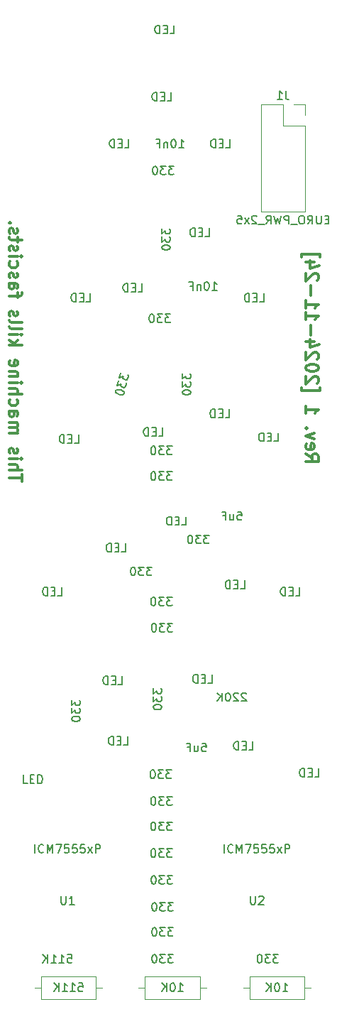
<source format=gbr>
G04 #@! TF.GenerationSoftware,KiCad,Pcbnew,8.0.6*
G04 #@! TF.CreationDate,2024-11-25T12:48:25+01:00*
G04 #@! TF.ProjectId,SS-XMAS-1,53532d58-4d41-4532-9d31-2e6b69636164,rev?*
G04 #@! TF.SameCoordinates,Original*
G04 #@! TF.FileFunction,Legend,Bot*
G04 #@! TF.FilePolarity,Positive*
%FSLAX46Y46*%
G04 Gerber Fmt 4.6, Leading zero omitted, Abs format (unit mm)*
G04 Created by KiCad (PCBNEW 8.0.6) date 2024-11-25 12:48:25*
%MOMM*%
%LPD*%
G01*
G04 APERTURE LIST*
%ADD10C,0.300000*%
%ADD11C,0.150000*%
%ADD12C,0.120000*%
G04 APERTURE END LIST*
D10*
X89499171Y-90859774D02*
X89499171Y-90002632D01*
X87999171Y-90431203D02*
X89499171Y-90431203D01*
X87999171Y-89502632D02*
X89499171Y-89502632D01*
X87999171Y-88859775D02*
X88784885Y-88859775D01*
X88784885Y-88859775D02*
X88927742Y-88931203D01*
X88927742Y-88931203D02*
X88999171Y-89074060D01*
X88999171Y-89074060D02*
X88999171Y-89288346D01*
X88999171Y-89288346D02*
X88927742Y-89431203D01*
X88927742Y-89431203D02*
X88856314Y-89502632D01*
X87999171Y-88145489D02*
X88999171Y-88145489D01*
X89499171Y-88145489D02*
X89427742Y-88216917D01*
X89427742Y-88216917D02*
X89356314Y-88145489D01*
X89356314Y-88145489D02*
X89427742Y-88074060D01*
X89427742Y-88074060D02*
X89499171Y-88145489D01*
X89499171Y-88145489D02*
X89356314Y-88145489D01*
X88070600Y-87502631D02*
X87999171Y-87359774D01*
X87999171Y-87359774D02*
X87999171Y-87074060D01*
X87999171Y-87074060D02*
X88070600Y-86931203D01*
X88070600Y-86931203D02*
X88213457Y-86859774D01*
X88213457Y-86859774D02*
X88284885Y-86859774D01*
X88284885Y-86859774D02*
X88427742Y-86931203D01*
X88427742Y-86931203D02*
X88499171Y-87074060D01*
X88499171Y-87074060D02*
X88499171Y-87288346D01*
X88499171Y-87288346D02*
X88570600Y-87431203D01*
X88570600Y-87431203D02*
X88713457Y-87502631D01*
X88713457Y-87502631D02*
X88784885Y-87502631D01*
X88784885Y-87502631D02*
X88927742Y-87431203D01*
X88927742Y-87431203D02*
X88999171Y-87288346D01*
X88999171Y-87288346D02*
X88999171Y-87074060D01*
X88999171Y-87074060D02*
X88927742Y-86931203D01*
X87999171Y-85074060D02*
X88999171Y-85074060D01*
X88856314Y-85074060D02*
X88927742Y-85002631D01*
X88927742Y-85002631D02*
X88999171Y-84859774D01*
X88999171Y-84859774D02*
X88999171Y-84645488D01*
X88999171Y-84645488D02*
X88927742Y-84502631D01*
X88927742Y-84502631D02*
X88784885Y-84431203D01*
X88784885Y-84431203D02*
X87999171Y-84431203D01*
X88784885Y-84431203D02*
X88927742Y-84359774D01*
X88927742Y-84359774D02*
X88999171Y-84216917D01*
X88999171Y-84216917D02*
X88999171Y-84002631D01*
X88999171Y-84002631D02*
X88927742Y-83859774D01*
X88927742Y-83859774D02*
X88784885Y-83788345D01*
X88784885Y-83788345D02*
X87999171Y-83788345D01*
X87999171Y-82431203D02*
X88784885Y-82431203D01*
X88784885Y-82431203D02*
X88927742Y-82502631D01*
X88927742Y-82502631D02*
X88999171Y-82645488D01*
X88999171Y-82645488D02*
X88999171Y-82931203D01*
X88999171Y-82931203D02*
X88927742Y-83074060D01*
X88070600Y-82431203D02*
X87999171Y-82574060D01*
X87999171Y-82574060D02*
X87999171Y-82931203D01*
X87999171Y-82931203D02*
X88070600Y-83074060D01*
X88070600Y-83074060D02*
X88213457Y-83145488D01*
X88213457Y-83145488D02*
X88356314Y-83145488D01*
X88356314Y-83145488D02*
X88499171Y-83074060D01*
X88499171Y-83074060D02*
X88570600Y-82931203D01*
X88570600Y-82931203D02*
X88570600Y-82574060D01*
X88570600Y-82574060D02*
X88642028Y-82431203D01*
X88070600Y-81074060D02*
X87999171Y-81216917D01*
X87999171Y-81216917D02*
X87999171Y-81502631D01*
X87999171Y-81502631D02*
X88070600Y-81645488D01*
X88070600Y-81645488D02*
X88142028Y-81716917D01*
X88142028Y-81716917D02*
X88284885Y-81788345D01*
X88284885Y-81788345D02*
X88713457Y-81788345D01*
X88713457Y-81788345D02*
X88856314Y-81716917D01*
X88856314Y-81716917D02*
X88927742Y-81645488D01*
X88927742Y-81645488D02*
X88999171Y-81502631D01*
X88999171Y-81502631D02*
X88999171Y-81216917D01*
X88999171Y-81216917D02*
X88927742Y-81074060D01*
X87999171Y-80431203D02*
X89499171Y-80431203D01*
X87999171Y-79788346D02*
X88784885Y-79788346D01*
X88784885Y-79788346D02*
X88927742Y-79859774D01*
X88927742Y-79859774D02*
X88999171Y-80002631D01*
X88999171Y-80002631D02*
X88999171Y-80216917D01*
X88999171Y-80216917D02*
X88927742Y-80359774D01*
X88927742Y-80359774D02*
X88856314Y-80431203D01*
X87999171Y-79074060D02*
X88999171Y-79074060D01*
X89499171Y-79074060D02*
X89427742Y-79145488D01*
X89427742Y-79145488D02*
X89356314Y-79074060D01*
X89356314Y-79074060D02*
X89427742Y-79002631D01*
X89427742Y-79002631D02*
X89499171Y-79074060D01*
X89499171Y-79074060D02*
X89356314Y-79074060D01*
X88999171Y-78359774D02*
X87999171Y-78359774D01*
X88856314Y-78359774D02*
X88927742Y-78288345D01*
X88927742Y-78288345D02*
X88999171Y-78145488D01*
X88999171Y-78145488D02*
X88999171Y-77931202D01*
X88999171Y-77931202D02*
X88927742Y-77788345D01*
X88927742Y-77788345D02*
X88784885Y-77716917D01*
X88784885Y-77716917D02*
X87999171Y-77716917D01*
X88070600Y-76431202D02*
X87999171Y-76574059D01*
X87999171Y-76574059D02*
X87999171Y-76859774D01*
X87999171Y-76859774D02*
X88070600Y-77002631D01*
X88070600Y-77002631D02*
X88213457Y-77074059D01*
X88213457Y-77074059D02*
X88784885Y-77074059D01*
X88784885Y-77074059D02*
X88927742Y-77002631D01*
X88927742Y-77002631D02*
X88999171Y-76859774D01*
X88999171Y-76859774D02*
X88999171Y-76574059D01*
X88999171Y-76574059D02*
X88927742Y-76431202D01*
X88927742Y-76431202D02*
X88784885Y-76359774D01*
X88784885Y-76359774D02*
X88642028Y-76359774D01*
X88642028Y-76359774D02*
X88499171Y-77074059D01*
X87999171Y-74574060D02*
X89499171Y-74574060D01*
X88570600Y-74431203D02*
X87999171Y-74002631D01*
X88999171Y-74002631D02*
X88427742Y-74574060D01*
X87999171Y-73359774D02*
X88999171Y-73359774D01*
X89499171Y-73359774D02*
X89427742Y-73431202D01*
X89427742Y-73431202D02*
X89356314Y-73359774D01*
X89356314Y-73359774D02*
X89427742Y-73288345D01*
X89427742Y-73288345D02*
X89499171Y-73359774D01*
X89499171Y-73359774D02*
X89356314Y-73359774D01*
X87999171Y-72431202D02*
X88070600Y-72574059D01*
X88070600Y-72574059D02*
X88213457Y-72645488D01*
X88213457Y-72645488D02*
X89499171Y-72645488D01*
X87999171Y-71645488D02*
X88070600Y-71788345D01*
X88070600Y-71788345D02*
X88213457Y-71859774D01*
X88213457Y-71859774D02*
X89499171Y-71859774D01*
X88070600Y-71145488D02*
X87999171Y-71002631D01*
X87999171Y-71002631D02*
X87999171Y-70716917D01*
X87999171Y-70716917D02*
X88070600Y-70574060D01*
X88070600Y-70574060D02*
X88213457Y-70502631D01*
X88213457Y-70502631D02*
X88284885Y-70502631D01*
X88284885Y-70502631D02*
X88427742Y-70574060D01*
X88427742Y-70574060D02*
X88499171Y-70716917D01*
X88499171Y-70716917D02*
X88499171Y-70931203D01*
X88499171Y-70931203D02*
X88570600Y-71074060D01*
X88570600Y-71074060D02*
X88713457Y-71145488D01*
X88713457Y-71145488D02*
X88784885Y-71145488D01*
X88784885Y-71145488D02*
X88927742Y-71074060D01*
X88927742Y-71074060D02*
X88999171Y-70931203D01*
X88999171Y-70931203D02*
X88999171Y-70716917D01*
X88999171Y-70716917D02*
X88927742Y-70574060D01*
X88999171Y-68931202D02*
X88999171Y-68359774D01*
X87999171Y-68716917D02*
X89284885Y-68716917D01*
X89284885Y-68716917D02*
X89427742Y-68645488D01*
X89427742Y-68645488D02*
X89499171Y-68502631D01*
X89499171Y-68502631D02*
X89499171Y-68359774D01*
X87999171Y-67216917D02*
X88784885Y-67216917D01*
X88784885Y-67216917D02*
X88927742Y-67288345D01*
X88927742Y-67288345D02*
X88999171Y-67431202D01*
X88999171Y-67431202D02*
X88999171Y-67716917D01*
X88999171Y-67716917D02*
X88927742Y-67859774D01*
X88070600Y-67216917D02*
X87999171Y-67359774D01*
X87999171Y-67359774D02*
X87999171Y-67716917D01*
X87999171Y-67716917D02*
X88070600Y-67859774D01*
X88070600Y-67859774D02*
X88213457Y-67931202D01*
X88213457Y-67931202D02*
X88356314Y-67931202D01*
X88356314Y-67931202D02*
X88499171Y-67859774D01*
X88499171Y-67859774D02*
X88570600Y-67716917D01*
X88570600Y-67716917D02*
X88570600Y-67359774D01*
X88570600Y-67359774D02*
X88642028Y-67216917D01*
X88070600Y-66574059D02*
X87999171Y-66431202D01*
X87999171Y-66431202D02*
X87999171Y-66145488D01*
X87999171Y-66145488D02*
X88070600Y-66002631D01*
X88070600Y-66002631D02*
X88213457Y-65931202D01*
X88213457Y-65931202D02*
X88284885Y-65931202D01*
X88284885Y-65931202D02*
X88427742Y-66002631D01*
X88427742Y-66002631D02*
X88499171Y-66145488D01*
X88499171Y-66145488D02*
X88499171Y-66359774D01*
X88499171Y-66359774D02*
X88570600Y-66502631D01*
X88570600Y-66502631D02*
X88713457Y-66574059D01*
X88713457Y-66574059D02*
X88784885Y-66574059D01*
X88784885Y-66574059D02*
X88927742Y-66502631D01*
X88927742Y-66502631D02*
X88999171Y-66359774D01*
X88999171Y-66359774D02*
X88999171Y-66145488D01*
X88999171Y-66145488D02*
X88927742Y-66002631D01*
X88070600Y-64645488D02*
X87999171Y-64788345D01*
X87999171Y-64788345D02*
X87999171Y-65074059D01*
X87999171Y-65074059D02*
X88070600Y-65216916D01*
X88070600Y-65216916D02*
X88142028Y-65288345D01*
X88142028Y-65288345D02*
X88284885Y-65359773D01*
X88284885Y-65359773D02*
X88713457Y-65359773D01*
X88713457Y-65359773D02*
X88856314Y-65288345D01*
X88856314Y-65288345D02*
X88927742Y-65216916D01*
X88927742Y-65216916D02*
X88999171Y-65074059D01*
X88999171Y-65074059D02*
X88999171Y-64788345D01*
X88999171Y-64788345D02*
X88927742Y-64645488D01*
X87999171Y-64002631D02*
X88999171Y-64002631D01*
X89499171Y-64002631D02*
X89427742Y-64074059D01*
X89427742Y-64074059D02*
X89356314Y-64002631D01*
X89356314Y-64002631D02*
X89427742Y-63931202D01*
X89427742Y-63931202D02*
X89499171Y-64002631D01*
X89499171Y-64002631D02*
X89356314Y-64002631D01*
X88070600Y-63359773D02*
X87999171Y-63216916D01*
X87999171Y-63216916D02*
X87999171Y-62931202D01*
X87999171Y-62931202D02*
X88070600Y-62788345D01*
X88070600Y-62788345D02*
X88213457Y-62716916D01*
X88213457Y-62716916D02*
X88284885Y-62716916D01*
X88284885Y-62716916D02*
X88427742Y-62788345D01*
X88427742Y-62788345D02*
X88499171Y-62931202D01*
X88499171Y-62931202D02*
X88499171Y-63145488D01*
X88499171Y-63145488D02*
X88570600Y-63288345D01*
X88570600Y-63288345D02*
X88713457Y-63359773D01*
X88713457Y-63359773D02*
X88784885Y-63359773D01*
X88784885Y-63359773D02*
X88927742Y-63288345D01*
X88927742Y-63288345D02*
X88999171Y-63145488D01*
X88999171Y-63145488D02*
X88999171Y-62931202D01*
X88999171Y-62931202D02*
X88927742Y-62788345D01*
X88999171Y-62288344D02*
X88999171Y-61716916D01*
X89499171Y-62074059D02*
X88213457Y-62074059D01*
X88213457Y-62074059D02*
X88070600Y-62002630D01*
X88070600Y-62002630D02*
X87999171Y-61859773D01*
X87999171Y-61859773D02*
X87999171Y-61716916D01*
X88070600Y-61288344D02*
X87999171Y-61145487D01*
X87999171Y-61145487D02*
X87999171Y-60859773D01*
X87999171Y-60859773D02*
X88070600Y-60716916D01*
X88070600Y-60716916D02*
X88213457Y-60645487D01*
X88213457Y-60645487D02*
X88284885Y-60645487D01*
X88284885Y-60645487D02*
X88427742Y-60716916D01*
X88427742Y-60716916D02*
X88499171Y-60859773D01*
X88499171Y-60859773D02*
X88499171Y-61074059D01*
X88499171Y-61074059D02*
X88570600Y-61216916D01*
X88570600Y-61216916D02*
X88713457Y-61288344D01*
X88713457Y-61288344D02*
X88784885Y-61288344D01*
X88784885Y-61288344D02*
X88927742Y-61216916D01*
X88927742Y-61216916D02*
X88999171Y-61074059D01*
X88999171Y-61074059D02*
X88999171Y-60859773D01*
X88999171Y-60859773D02*
X88927742Y-60716916D01*
X88142028Y-60002630D02*
X88070600Y-59931201D01*
X88070600Y-59931201D02*
X87999171Y-60002630D01*
X87999171Y-60002630D02*
X88070600Y-60074058D01*
X88070600Y-60074058D02*
X88142028Y-60002630D01*
X88142028Y-60002630D02*
X87999171Y-60002630D01*
X123399171Y-87588346D02*
X124113457Y-88088346D01*
X123399171Y-88445489D02*
X124899171Y-88445489D01*
X124899171Y-88445489D02*
X124899171Y-87874060D01*
X124899171Y-87874060D02*
X124827742Y-87731203D01*
X124827742Y-87731203D02*
X124756314Y-87659774D01*
X124756314Y-87659774D02*
X124613457Y-87588346D01*
X124613457Y-87588346D02*
X124399171Y-87588346D01*
X124399171Y-87588346D02*
X124256314Y-87659774D01*
X124256314Y-87659774D02*
X124184885Y-87731203D01*
X124184885Y-87731203D02*
X124113457Y-87874060D01*
X124113457Y-87874060D02*
X124113457Y-88445489D01*
X123470600Y-86374060D02*
X123399171Y-86516917D01*
X123399171Y-86516917D02*
X123399171Y-86802632D01*
X123399171Y-86802632D02*
X123470600Y-86945489D01*
X123470600Y-86945489D02*
X123613457Y-87016917D01*
X123613457Y-87016917D02*
X124184885Y-87016917D01*
X124184885Y-87016917D02*
X124327742Y-86945489D01*
X124327742Y-86945489D02*
X124399171Y-86802632D01*
X124399171Y-86802632D02*
X124399171Y-86516917D01*
X124399171Y-86516917D02*
X124327742Y-86374060D01*
X124327742Y-86374060D02*
X124184885Y-86302632D01*
X124184885Y-86302632D02*
X124042028Y-86302632D01*
X124042028Y-86302632D02*
X123899171Y-87016917D01*
X124399171Y-85802632D02*
X123399171Y-85445489D01*
X123399171Y-85445489D02*
X124399171Y-85088346D01*
X123542028Y-84516918D02*
X123470600Y-84445489D01*
X123470600Y-84445489D02*
X123399171Y-84516918D01*
X123399171Y-84516918D02*
X123470600Y-84588346D01*
X123470600Y-84588346D02*
X123542028Y-84516918D01*
X123542028Y-84516918D02*
X123399171Y-84516918D01*
X123399171Y-81874060D02*
X123399171Y-82731203D01*
X123399171Y-82302632D02*
X124899171Y-82302632D01*
X124899171Y-82302632D02*
X124684885Y-82445489D01*
X124684885Y-82445489D02*
X124542028Y-82588346D01*
X124542028Y-82588346D02*
X124470600Y-82731203D01*
X122899171Y-79659775D02*
X122899171Y-80016918D01*
X122899171Y-80016918D02*
X125042028Y-80016918D01*
X125042028Y-80016918D02*
X125042028Y-79659775D01*
X124756314Y-79159775D02*
X124827742Y-79088347D01*
X124827742Y-79088347D02*
X124899171Y-78945490D01*
X124899171Y-78945490D02*
X124899171Y-78588347D01*
X124899171Y-78588347D02*
X124827742Y-78445490D01*
X124827742Y-78445490D02*
X124756314Y-78374061D01*
X124756314Y-78374061D02*
X124613457Y-78302632D01*
X124613457Y-78302632D02*
X124470600Y-78302632D01*
X124470600Y-78302632D02*
X124256314Y-78374061D01*
X124256314Y-78374061D02*
X123399171Y-79231204D01*
X123399171Y-79231204D02*
X123399171Y-78302632D01*
X124899171Y-77374061D02*
X124899171Y-77231204D01*
X124899171Y-77231204D02*
X124827742Y-77088347D01*
X124827742Y-77088347D02*
X124756314Y-77016919D01*
X124756314Y-77016919D02*
X124613457Y-76945490D01*
X124613457Y-76945490D02*
X124327742Y-76874061D01*
X124327742Y-76874061D02*
X123970600Y-76874061D01*
X123970600Y-76874061D02*
X123684885Y-76945490D01*
X123684885Y-76945490D02*
X123542028Y-77016919D01*
X123542028Y-77016919D02*
X123470600Y-77088347D01*
X123470600Y-77088347D02*
X123399171Y-77231204D01*
X123399171Y-77231204D02*
X123399171Y-77374061D01*
X123399171Y-77374061D02*
X123470600Y-77516919D01*
X123470600Y-77516919D02*
X123542028Y-77588347D01*
X123542028Y-77588347D02*
X123684885Y-77659776D01*
X123684885Y-77659776D02*
X123970600Y-77731204D01*
X123970600Y-77731204D02*
X124327742Y-77731204D01*
X124327742Y-77731204D02*
X124613457Y-77659776D01*
X124613457Y-77659776D02*
X124756314Y-77588347D01*
X124756314Y-77588347D02*
X124827742Y-77516919D01*
X124827742Y-77516919D02*
X124899171Y-77374061D01*
X124756314Y-76302633D02*
X124827742Y-76231205D01*
X124827742Y-76231205D02*
X124899171Y-76088348D01*
X124899171Y-76088348D02*
X124899171Y-75731205D01*
X124899171Y-75731205D02*
X124827742Y-75588348D01*
X124827742Y-75588348D02*
X124756314Y-75516919D01*
X124756314Y-75516919D02*
X124613457Y-75445490D01*
X124613457Y-75445490D02*
X124470600Y-75445490D01*
X124470600Y-75445490D02*
X124256314Y-75516919D01*
X124256314Y-75516919D02*
X123399171Y-76374062D01*
X123399171Y-76374062D02*
X123399171Y-75445490D01*
X124399171Y-74159777D02*
X123399171Y-74159777D01*
X124970600Y-74516919D02*
X123899171Y-74874062D01*
X123899171Y-74874062D02*
X123899171Y-73945491D01*
X123970600Y-73374063D02*
X123970600Y-72231206D01*
X123399171Y-70731205D02*
X123399171Y-71588348D01*
X123399171Y-71159777D02*
X124899171Y-71159777D01*
X124899171Y-71159777D02*
X124684885Y-71302634D01*
X124684885Y-71302634D02*
X124542028Y-71445491D01*
X124542028Y-71445491D02*
X124470600Y-71588348D01*
X123399171Y-69302634D02*
X123399171Y-70159777D01*
X123399171Y-69731206D02*
X124899171Y-69731206D01*
X124899171Y-69731206D02*
X124684885Y-69874063D01*
X124684885Y-69874063D02*
X124542028Y-70016920D01*
X124542028Y-70016920D02*
X124470600Y-70159777D01*
X123970600Y-68659778D02*
X123970600Y-67516921D01*
X124756314Y-66874063D02*
X124827742Y-66802635D01*
X124827742Y-66802635D02*
X124899171Y-66659778D01*
X124899171Y-66659778D02*
X124899171Y-66302635D01*
X124899171Y-66302635D02*
X124827742Y-66159778D01*
X124827742Y-66159778D02*
X124756314Y-66088349D01*
X124756314Y-66088349D02*
X124613457Y-66016920D01*
X124613457Y-66016920D02*
X124470600Y-66016920D01*
X124470600Y-66016920D02*
X124256314Y-66088349D01*
X124256314Y-66088349D02*
X123399171Y-66945492D01*
X123399171Y-66945492D02*
X123399171Y-66016920D01*
X124399171Y-64731207D02*
X123399171Y-64731207D01*
X124970600Y-65088349D02*
X123899171Y-65445492D01*
X123899171Y-65445492D02*
X123899171Y-64516921D01*
X122899171Y-64088350D02*
X122899171Y-63731207D01*
X122899171Y-63731207D02*
X125042028Y-63731207D01*
X125042028Y-63731207D02*
X125042028Y-64088350D01*
D11*
X112211428Y-68054819D02*
X112782856Y-68054819D01*
X112497142Y-68054819D02*
X112497142Y-67054819D01*
X112497142Y-67054819D02*
X112592380Y-67197676D01*
X112592380Y-67197676D02*
X112687618Y-67292914D01*
X112687618Y-67292914D02*
X112782856Y-67340533D01*
X111592380Y-67054819D02*
X111497142Y-67054819D01*
X111497142Y-67054819D02*
X111401904Y-67102438D01*
X111401904Y-67102438D02*
X111354285Y-67150057D01*
X111354285Y-67150057D02*
X111306666Y-67245295D01*
X111306666Y-67245295D02*
X111259047Y-67435771D01*
X111259047Y-67435771D02*
X111259047Y-67673866D01*
X111259047Y-67673866D02*
X111306666Y-67864342D01*
X111306666Y-67864342D02*
X111354285Y-67959580D01*
X111354285Y-67959580D02*
X111401904Y-68007200D01*
X111401904Y-68007200D02*
X111497142Y-68054819D01*
X111497142Y-68054819D02*
X111592380Y-68054819D01*
X111592380Y-68054819D02*
X111687618Y-68007200D01*
X111687618Y-68007200D02*
X111735237Y-67959580D01*
X111735237Y-67959580D02*
X111782856Y-67864342D01*
X111782856Y-67864342D02*
X111830475Y-67673866D01*
X111830475Y-67673866D02*
X111830475Y-67435771D01*
X111830475Y-67435771D02*
X111782856Y-67245295D01*
X111782856Y-67245295D02*
X111735237Y-67150057D01*
X111735237Y-67150057D02*
X111687618Y-67102438D01*
X111687618Y-67102438D02*
X111592380Y-67054819D01*
X110830475Y-67388152D02*
X110830475Y-68054819D01*
X110830475Y-67483390D02*
X110782856Y-67435771D01*
X110782856Y-67435771D02*
X110687618Y-67388152D01*
X110687618Y-67388152D02*
X110544761Y-67388152D01*
X110544761Y-67388152D02*
X110449523Y-67435771D01*
X110449523Y-67435771D02*
X110401904Y-67531009D01*
X110401904Y-67531009D02*
X110401904Y-68054819D01*
X109592380Y-67531009D02*
X109925713Y-67531009D01*
X109925713Y-68054819D02*
X109925713Y-67054819D01*
X109925713Y-67054819D02*
X109449523Y-67054819D01*
X110982857Y-122054819D02*
X111459047Y-122054819D01*
X111459047Y-122054819D02*
X111506666Y-122531009D01*
X111506666Y-122531009D02*
X111459047Y-122483390D01*
X111459047Y-122483390D02*
X111363809Y-122435771D01*
X111363809Y-122435771D02*
X111125714Y-122435771D01*
X111125714Y-122435771D02*
X111030476Y-122483390D01*
X111030476Y-122483390D02*
X110982857Y-122531009D01*
X110982857Y-122531009D02*
X110935238Y-122626247D01*
X110935238Y-122626247D02*
X110935238Y-122864342D01*
X110935238Y-122864342D02*
X110982857Y-122959580D01*
X110982857Y-122959580D02*
X111030476Y-123007200D01*
X111030476Y-123007200D02*
X111125714Y-123054819D01*
X111125714Y-123054819D02*
X111363809Y-123054819D01*
X111363809Y-123054819D02*
X111459047Y-123007200D01*
X111459047Y-123007200D02*
X111506666Y-122959580D01*
X110078095Y-122388152D02*
X110078095Y-123054819D01*
X110506666Y-122388152D02*
X110506666Y-122911961D01*
X110506666Y-122911961D02*
X110459047Y-123007200D01*
X110459047Y-123007200D02*
X110363809Y-123054819D01*
X110363809Y-123054819D02*
X110220952Y-123054819D01*
X110220952Y-123054819D02*
X110125714Y-123007200D01*
X110125714Y-123007200D02*
X110078095Y-122959580D01*
X109268571Y-122531009D02*
X109601904Y-122531009D01*
X109601904Y-123054819D02*
X109601904Y-122054819D01*
X109601904Y-122054819D02*
X109125714Y-122054819D01*
X107190957Y-37454819D02*
X107667147Y-37454819D01*
X107667147Y-37454819D02*
X107667147Y-36454819D01*
X106857623Y-36931009D02*
X106524290Y-36931009D01*
X106381433Y-37454819D02*
X106857623Y-37454819D01*
X106857623Y-37454819D02*
X106857623Y-36454819D01*
X106857623Y-36454819D02*
X106381433Y-36454819D01*
X105952861Y-37454819D02*
X105952861Y-36454819D01*
X105952861Y-36454819D02*
X105714766Y-36454819D01*
X105714766Y-36454819D02*
X105571909Y-36502438D01*
X105571909Y-36502438D02*
X105476671Y-36597676D01*
X105476671Y-36597676D02*
X105429052Y-36692914D01*
X105429052Y-36692914D02*
X105381433Y-36883390D01*
X105381433Y-36883390D02*
X105381433Y-37026247D01*
X105381433Y-37026247D02*
X105429052Y-37216723D01*
X105429052Y-37216723D02*
X105476671Y-37311961D01*
X105476671Y-37311961D02*
X105571909Y-37407200D01*
X105571909Y-37407200D02*
X105714766Y-37454819D01*
X105714766Y-37454819D02*
X105952861Y-37454819D01*
X101382857Y-99254819D02*
X101859047Y-99254819D01*
X101859047Y-99254819D02*
X101859047Y-98254819D01*
X101049523Y-98731009D02*
X100716190Y-98731009D01*
X100573333Y-99254819D02*
X101049523Y-99254819D01*
X101049523Y-99254819D02*
X101049523Y-98254819D01*
X101049523Y-98254819D02*
X100573333Y-98254819D01*
X100144761Y-99254819D02*
X100144761Y-98254819D01*
X100144761Y-98254819D02*
X99906666Y-98254819D01*
X99906666Y-98254819D02*
X99763809Y-98302438D01*
X99763809Y-98302438D02*
X99668571Y-98397676D01*
X99668571Y-98397676D02*
X99620952Y-98492914D01*
X99620952Y-98492914D02*
X99573333Y-98683390D01*
X99573333Y-98683390D02*
X99573333Y-98826247D01*
X99573333Y-98826247D02*
X99620952Y-99016723D01*
X99620952Y-99016723D02*
X99668571Y-99111961D01*
X99668571Y-99111961D02*
X99763809Y-99207200D01*
X99763809Y-99207200D02*
X99906666Y-99254819D01*
X99906666Y-99254819D02*
X100144761Y-99254819D01*
X100982857Y-115054819D02*
X101459047Y-115054819D01*
X101459047Y-115054819D02*
X101459047Y-114054819D01*
X100649523Y-114531009D02*
X100316190Y-114531009D01*
X100173333Y-115054819D02*
X100649523Y-115054819D01*
X100649523Y-115054819D02*
X100649523Y-114054819D01*
X100649523Y-114054819D02*
X100173333Y-114054819D01*
X99744761Y-115054819D02*
X99744761Y-114054819D01*
X99744761Y-114054819D02*
X99506666Y-114054819D01*
X99506666Y-114054819D02*
X99363809Y-114102438D01*
X99363809Y-114102438D02*
X99268571Y-114197676D01*
X99268571Y-114197676D02*
X99220952Y-114292914D01*
X99220952Y-114292914D02*
X99173333Y-114483390D01*
X99173333Y-114483390D02*
X99173333Y-114626247D01*
X99173333Y-114626247D02*
X99220952Y-114816723D01*
X99220952Y-114816723D02*
X99268571Y-114911961D01*
X99268571Y-114911961D02*
X99363809Y-115007200D01*
X99363809Y-115007200D02*
X99506666Y-115054819D01*
X99506666Y-115054819D02*
X99744761Y-115054819D01*
X107425713Y-131454819D02*
X106806666Y-131454819D01*
X106806666Y-131454819D02*
X107139999Y-131835771D01*
X107139999Y-131835771D02*
X106997142Y-131835771D01*
X106997142Y-131835771D02*
X106901904Y-131883390D01*
X106901904Y-131883390D02*
X106854285Y-131931009D01*
X106854285Y-131931009D02*
X106806666Y-132026247D01*
X106806666Y-132026247D02*
X106806666Y-132264342D01*
X106806666Y-132264342D02*
X106854285Y-132359580D01*
X106854285Y-132359580D02*
X106901904Y-132407200D01*
X106901904Y-132407200D02*
X106997142Y-132454819D01*
X106997142Y-132454819D02*
X107282856Y-132454819D01*
X107282856Y-132454819D02*
X107378094Y-132407200D01*
X107378094Y-132407200D02*
X107425713Y-132359580D01*
X106473332Y-131454819D02*
X105854285Y-131454819D01*
X105854285Y-131454819D02*
X106187618Y-131835771D01*
X106187618Y-131835771D02*
X106044761Y-131835771D01*
X106044761Y-131835771D02*
X105949523Y-131883390D01*
X105949523Y-131883390D02*
X105901904Y-131931009D01*
X105901904Y-131931009D02*
X105854285Y-132026247D01*
X105854285Y-132026247D02*
X105854285Y-132264342D01*
X105854285Y-132264342D02*
X105901904Y-132359580D01*
X105901904Y-132359580D02*
X105949523Y-132407200D01*
X105949523Y-132407200D02*
X106044761Y-132454819D01*
X106044761Y-132454819D02*
X106330475Y-132454819D01*
X106330475Y-132454819D02*
X106425713Y-132407200D01*
X106425713Y-132407200D02*
X106473332Y-132359580D01*
X105235237Y-131454819D02*
X105139999Y-131454819D01*
X105139999Y-131454819D02*
X105044761Y-131502438D01*
X105044761Y-131502438D02*
X104997142Y-131550057D01*
X104997142Y-131550057D02*
X104949523Y-131645295D01*
X104949523Y-131645295D02*
X104901904Y-131835771D01*
X104901904Y-131835771D02*
X104901904Y-132073866D01*
X104901904Y-132073866D02*
X104949523Y-132264342D01*
X104949523Y-132264342D02*
X104997142Y-132359580D01*
X104997142Y-132359580D02*
X105044761Y-132407200D01*
X105044761Y-132407200D02*
X105139999Y-132454819D01*
X105139999Y-132454819D02*
X105235237Y-132454819D01*
X105235237Y-132454819D02*
X105330475Y-132407200D01*
X105330475Y-132407200D02*
X105378094Y-132359580D01*
X105378094Y-132359580D02*
X105425713Y-132264342D01*
X105425713Y-132264342D02*
X105473332Y-132073866D01*
X105473332Y-132073866D02*
X105473332Y-131835771D01*
X105473332Y-131835771D02*
X105425713Y-131645295D01*
X105425713Y-131645295D02*
X105378094Y-131550057D01*
X105378094Y-131550057D02*
X105330475Y-131502438D01*
X105330475Y-131502438D02*
X105235237Y-131454819D01*
X107465713Y-137854819D02*
X106846666Y-137854819D01*
X106846666Y-137854819D02*
X107179999Y-138235771D01*
X107179999Y-138235771D02*
X107037142Y-138235771D01*
X107037142Y-138235771D02*
X106941904Y-138283390D01*
X106941904Y-138283390D02*
X106894285Y-138331009D01*
X106894285Y-138331009D02*
X106846666Y-138426247D01*
X106846666Y-138426247D02*
X106846666Y-138664342D01*
X106846666Y-138664342D02*
X106894285Y-138759580D01*
X106894285Y-138759580D02*
X106941904Y-138807200D01*
X106941904Y-138807200D02*
X107037142Y-138854819D01*
X107037142Y-138854819D02*
X107322856Y-138854819D01*
X107322856Y-138854819D02*
X107418094Y-138807200D01*
X107418094Y-138807200D02*
X107465713Y-138759580D01*
X106513332Y-137854819D02*
X105894285Y-137854819D01*
X105894285Y-137854819D02*
X106227618Y-138235771D01*
X106227618Y-138235771D02*
X106084761Y-138235771D01*
X106084761Y-138235771D02*
X105989523Y-138283390D01*
X105989523Y-138283390D02*
X105941904Y-138331009D01*
X105941904Y-138331009D02*
X105894285Y-138426247D01*
X105894285Y-138426247D02*
X105894285Y-138664342D01*
X105894285Y-138664342D02*
X105941904Y-138759580D01*
X105941904Y-138759580D02*
X105989523Y-138807200D01*
X105989523Y-138807200D02*
X106084761Y-138854819D01*
X106084761Y-138854819D02*
X106370475Y-138854819D01*
X106370475Y-138854819D02*
X106465713Y-138807200D01*
X106465713Y-138807200D02*
X106513332Y-138759580D01*
X105275237Y-137854819D02*
X105179999Y-137854819D01*
X105179999Y-137854819D02*
X105084761Y-137902438D01*
X105084761Y-137902438D02*
X105037142Y-137950057D01*
X105037142Y-137950057D02*
X104989523Y-138045295D01*
X104989523Y-138045295D02*
X104941904Y-138235771D01*
X104941904Y-138235771D02*
X104941904Y-138473866D01*
X104941904Y-138473866D02*
X104989523Y-138664342D01*
X104989523Y-138664342D02*
X105037142Y-138759580D01*
X105037142Y-138759580D02*
X105084761Y-138807200D01*
X105084761Y-138807200D02*
X105179999Y-138854819D01*
X105179999Y-138854819D02*
X105275237Y-138854819D01*
X105275237Y-138854819D02*
X105370475Y-138807200D01*
X105370475Y-138807200D02*
X105418094Y-138759580D01*
X105418094Y-138759580D02*
X105465713Y-138664342D01*
X105465713Y-138664342D02*
X105513332Y-138473866D01*
X105513332Y-138473866D02*
X105513332Y-138235771D01*
X105513332Y-138235771D02*
X105465713Y-138045295D01*
X105465713Y-138045295D02*
X105418094Y-137950057D01*
X105418094Y-137950057D02*
X105370475Y-137902438D01*
X105370475Y-137902438D02*
X105275237Y-137854819D01*
X105842857Y-85454819D02*
X106319047Y-85454819D01*
X106319047Y-85454819D02*
X106319047Y-84454819D01*
X105509523Y-84931009D02*
X105176190Y-84931009D01*
X105033333Y-85454819D02*
X105509523Y-85454819D01*
X105509523Y-85454819D02*
X105509523Y-84454819D01*
X105509523Y-84454819D02*
X105033333Y-84454819D01*
X104604761Y-85454819D02*
X104604761Y-84454819D01*
X104604761Y-84454819D02*
X104366666Y-84454819D01*
X104366666Y-84454819D02*
X104223809Y-84502438D01*
X104223809Y-84502438D02*
X104128571Y-84597676D01*
X104128571Y-84597676D02*
X104080952Y-84692914D01*
X104080952Y-84692914D02*
X104033333Y-84883390D01*
X104033333Y-84883390D02*
X104033333Y-85026247D01*
X104033333Y-85026247D02*
X104080952Y-85216723D01*
X104080952Y-85216723D02*
X104128571Y-85311961D01*
X104128571Y-85311961D02*
X104223809Y-85407200D01*
X104223809Y-85407200D02*
X104366666Y-85454819D01*
X104366666Y-85454819D02*
X104604761Y-85454819D01*
X116778095Y-140274819D02*
X116778095Y-141084342D01*
X116778095Y-141084342D02*
X116825714Y-141179580D01*
X116825714Y-141179580D02*
X116873333Y-141227200D01*
X116873333Y-141227200D02*
X116968571Y-141274819D01*
X116968571Y-141274819D02*
X117159047Y-141274819D01*
X117159047Y-141274819D02*
X117254285Y-141227200D01*
X117254285Y-141227200D02*
X117301904Y-141179580D01*
X117301904Y-141179580D02*
X117349523Y-141084342D01*
X117349523Y-141084342D02*
X117349523Y-140274819D01*
X117778095Y-140370057D02*
X117825714Y-140322438D01*
X117825714Y-140322438D02*
X117920952Y-140274819D01*
X117920952Y-140274819D02*
X118159047Y-140274819D01*
X118159047Y-140274819D02*
X118254285Y-140322438D01*
X118254285Y-140322438D02*
X118301904Y-140370057D01*
X118301904Y-140370057D02*
X118349523Y-140465295D01*
X118349523Y-140465295D02*
X118349523Y-140560533D01*
X118349523Y-140560533D02*
X118301904Y-140703390D01*
X118301904Y-140703390D02*
X117730476Y-141274819D01*
X117730476Y-141274819D02*
X118349523Y-141274819D01*
X113649048Y-135124819D02*
X113649048Y-134124819D01*
X114696666Y-135029580D02*
X114649047Y-135077200D01*
X114649047Y-135077200D02*
X114506190Y-135124819D01*
X114506190Y-135124819D02*
X114410952Y-135124819D01*
X114410952Y-135124819D02*
X114268095Y-135077200D01*
X114268095Y-135077200D02*
X114172857Y-134981961D01*
X114172857Y-134981961D02*
X114125238Y-134886723D01*
X114125238Y-134886723D02*
X114077619Y-134696247D01*
X114077619Y-134696247D02*
X114077619Y-134553390D01*
X114077619Y-134553390D02*
X114125238Y-134362914D01*
X114125238Y-134362914D02*
X114172857Y-134267676D01*
X114172857Y-134267676D02*
X114268095Y-134172438D01*
X114268095Y-134172438D02*
X114410952Y-134124819D01*
X114410952Y-134124819D02*
X114506190Y-134124819D01*
X114506190Y-134124819D02*
X114649047Y-134172438D01*
X114649047Y-134172438D02*
X114696666Y-134220057D01*
X115125238Y-135124819D02*
X115125238Y-134124819D01*
X115125238Y-134124819D02*
X115458571Y-134839104D01*
X115458571Y-134839104D02*
X115791904Y-134124819D01*
X115791904Y-134124819D02*
X115791904Y-135124819D01*
X116172857Y-134124819D02*
X116839523Y-134124819D01*
X116839523Y-134124819D02*
X116410952Y-135124819D01*
X117696666Y-134124819D02*
X117220476Y-134124819D01*
X117220476Y-134124819D02*
X117172857Y-134601009D01*
X117172857Y-134601009D02*
X117220476Y-134553390D01*
X117220476Y-134553390D02*
X117315714Y-134505771D01*
X117315714Y-134505771D02*
X117553809Y-134505771D01*
X117553809Y-134505771D02*
X117649047Y-134553390D01*
X117649047Y-134553390D02*
X117696666Y-134601009D01*
X117696666Y-134601009D02*
X117744285Y-134696247D01*
X117744285Y-134696247D02*
X117744285Y-134934342D01*
X117744285Y-134934342D02*
X117696666Y-135029580D01*
X117696666Y-135029580D02*
X117649047Y-135077200D01*
X117649047Y-135077200D02*
X117553809Y-135124819D01*
X117553809Y-135124819D02*
X117315714Y-135124819D01*
X117315714Y-135124819D02*
X117220476Y-135077200D01*
X117220476Y-135077200D02*
X117172857Y-135029580D01*
X118649047Y-134124819D02*
X118172857Y-134124819D01*
X118172857Y-134124819D02*
X118125238Y-134601009D01*
X118125238Y-134601009D02*
X118172857Y-134553390D01*
X118172857Y-134553390D02*
X118268095Y-134505771D01*
X118268095Y-134505771D02*
X118506190Y-134505771D01*
X118506190Y-134505771D02*
X118601428Y-134553390D01*
X118601428Y-134553390D02*
X118649047Y-134601009D01*
X118649047Y-134601009D02*
X118696666Y-134696247D01*
X118696666Y-134696247D02*
X118696666Y-134934342D01*
X118696666Y-134934342D02*
X118649047Y-135029580D01*
X118649047Y-135029580D02*
X118601428Y-135077200D01*
X118601428Y-135077200D02*
X118506190Y-135124819D01*
X118506190Y-135124819D02*
X118268095Y-135124819D01*
X118268095Y-135124819D02*
X118172857Y-135077200D01*
X118172857Y-135077200D02*
X118125238Y-135029580D01*
X119601428Y-134124819D02*
X119125238Y-134124819D01*
X119125238Y-134124819D02*
X119077619Y-134601009D01*
X119077619Y-134601009D02*
X119125238Y-134553390D01*
X119125238Y-134553390D02*
X119220476Y-134505771D01*
X119220476Y-134505771D02*
X119458571Y-134505771D01*
X119458571Y-134505771D02*
X119553809Y-134553390D01*
X119553809Y-134553390D02*
X119601428Y-134601009D01*
X119601428Y-134601009D02*
X119649047Y-134696247D01*
X119649047Y-134696247D02*
X119649047Y-134934342D01*
X119649047Y-134934342D02*
X119601428Y-135029580D01*
X119601428Y-135029580D02*
X119553809Y-135077200D01*
X119553809Y-135077200D02*
X119458571Y-135124819D01*
X119458571Y-135124819D02*
X119220476Y-135124819D01*
X119220476Y-135124819D02*
X119125238Y-135077200D01*
X119125238Y-135077200D02*
X119077619Y-135029580D01*
X119982381Y-135124819D02*
X120506190Y-134458152D01*
X119982381Y-134458152D02*
X120506190Y-135124819D01*
X120887143Y-135124819D02*
X120887143Y-134124819D01*
X120887143Y-134124819D02*
X121268095Y-134124819D01*
X121268095Y-134124819D02*
X121363333Y-134172438D01*
X121363333Y-134172438D02*
X121410952Y-134220057D01*
X121410952Y-134220057D02*
X121458571Y-134315295D01*
X121458571Y-134315295D02*
X121458571Y-134458152D01*
X121458571Y-134458152D02*
X121410952Y-134553390D01*
X121410952Y-134553390D02*
X121363333Y-134601009D01*
X121363333Y-134601009D02*
X121268095Y-134648628D01*
X121268095Y-134648628D02*
X120887143Y-134648628D01*
X111712857Y-114854819D02*
X112189047Y-114854819D01*
X112189047Y-114854819D02*
X112189047Y-113854819D01*
X111379523Y-114331009D02*
X111046190Y-114331009D01*
X110903333Y-114854819D02*
X111379523Y-114854819D01*
X111379523Y-114854819D02*
X111379523Y-113854819D01*
X111379523Y-113854819D02*
X110903333Y-113854819D01*
X110474761Y-114854819D02*
X110474761Y-113854819D01*
X110474761Y-113854819D02*
X110236666Y-113854819D01*
X110236666Y-113854819D02*
X110093809Y-113902438D01*
X110093809Y-113902438D02*
X109998571Y-113997676D01*
X109998571Y-113997676D02*
X109950952Y-114092914D01*
X109950952Y-114092914D02*
X109903333Y-114283390D01*
X109903333Y-114283390D02*
X109903333Y-114426247D01*
X109903333Y-114426247D02*
X109950952Y-114616723D01*
X109950952Y-114616723D02*
X109998571Y-114711961D01*
X109998571Y-114711961D02*
X110093809Y-114807200D01*
X110093809Y-114807200D02*
X110236666Y-114854819D01*
X110236666Y-114854819D02*
X110474761Y-114854819D01*
X117870857Y-69454819D02*
X118347047Y-69454819D01*
X118347047Y-69454819D02*
X118347047Y-68454819D01*
X117537523Y-68931009D02*
X117204190Y-68931009D01*
X117061333Y-69454819D02*
X117537523Y-69454819D01*
X117537523Y-69454819D02*
X117537523Y-68454819D01*
X117537523Y-68454819D02*
X117061333Y-68454819D01*
X116632761Y-69454819D02*
X116632761Y-68454819D01*
X116632761Y-68454819D02*
X116394666Y-68454819D01*
X116394666Y-68454819D02*
X116251809Y-68502438D01*
X116251809Y-68502438D02*
X116156571Y-68597676D01*
X116156571Y-68597676D02*
X116108952Y-68692914D01*
X116108952Y-68692914D02*
X116061333Y-68883390D01*
X116061333Y-68883390D02*
X116061333Y-69026247D01*
X116061333Y-69026247D02*
X116108952Y-69216723D01*
X116108952Y-69216723D02*
X116156571Y-69311961D01*
X116156571Y-69311961D02*
X116251809Y-69407200D01*
X116251809Y-69407200D02*
X116394666Y-69454819D01*
X116394666Y-69454819D02*
X116632761Y-69454819D01*
X93782857Y-104454819D02*
X94259047Y-104454819D01*
X94259047Y-104454819D02*
X94259047Y-103454819D01*
X93449523Y-103931009D02*
X93116190Y-103931009D01*
X92973333Y-104454819D02*
X93449523Y-104454819D01*
X93449523Y-104454819D02*
X93449523Y-103454819D01*
X93449523Y-103454819D02*
X92973333Y-103454819D01*
X92544761Y-104454819D02*
X92544761Y-103454819D01*
X92544761Y-103454819D02*
X92306666Y-103454819D01*
X92306666Y-103454819D02*
X92163809Y-103502438D01*
X92163809Y-103502438D02*
X92068571Y-103597676D01*
X92068571Y-103597676D02*
X92020952Y-103692914D01*
X92020952Y-103692914D02*
X91973333Y-103883390D01*
X91973333Y-103883390D02*
X91973333Y-104026247D01*
X91973333Y-104026247D02*
X92020952Y-104216723D01*
X92020952Y-104216723D02*
X92068571Y-104311961D01*
X92068571Y-104311961D02*
X92163809Y-104407200D01*
X92163809Y-104407200D02*
X92306666Y-104454819D01*
X92306666Y-104454819D02*
X92544761Y-104454819D01*
X107425713Y-86654819D02*
X106806666Y-86654819D01*
X106806666Y-86654819D02*
X107139999Y-87035771D01*
X107139999Y-87035771D02*
X106997142Y-87035771D01*
X106997142Y-87035771D02*
X106901904Y-87083390D01*
X106901904Y-87083390D02*
X106854285Y-87131009D01*
X106854285Y-87131009D02*
X106806666Y-87226247D01*
X106806666Y-87226247D02*
X106806666Y-87464342D01*
X106806666Y-87464342D02*
X106854285Y-87559580D01*
X106854285Y-87559580D02*
X106901904Y-87607200D01*
X106901904Y-87607200D02*
X106997142Y-87654819D01*
X106997142Y-87654819D02*
X107282856Y-87654819D01*
X107282856Y-87654819D02*
X107378094Y-87607200D01*
X107378094Y-87607200D02*
X107425713Y-87559580D01*
X106473332Y-86654819D02*
X105854285Y-86654819D01*
X105854285Y-86654819D02*
X106187618Y-87035771D01*
X106187618Y-87035771D02*
X106044761Y-87035771D01*
X106044761Y-87035771D02*
X105949523Y-87083390D01*
X105949523Y-87083390D02*
X105901904Y-87131009D01*
X105901904Y-87131009D02*
X105854285Y-87226247D01*
X105854285Y-87226247D02*
X105854285Y-87464342D01*
X105854285Y-87464342D02*
X105901904Y-87559580D01*
X105901904Y-87559580D02*
X105949523Y-87607200D01*
X105949523Y-87607200D02*
X106044761Y-87654819D01*
X106044761Y-87654819D02*
X106330475Y-87654819D01*
X106330475Y-87654819D02*
X106425713Y-87607200D01*
X106425713Y-87607200D02*
X106473332Y-87559580D01*
X105235237Y-86654819D02*
X105139999Y-86654819D01*
X105139999Y-86654819D02*
X105044761Y-86702438D01*
X105044761Y-86702438D02*
X104997142Y-86750057D01*
X104997142Y-86750057D02*
X104949523Y-86845295D01*
X104949523Y-86845295D02*
X104901904Y-87035771D01*
X104901904Y-87035771D02*
X104901904Y-87273866D01*
X104901904Y-87273866D02*
X104949523Y-87464342D01*
X104949523Y-87464342D02*
X104997142Y-87559580D01*
X104997142Y-87559580D02*
X105044761Y-87607200D01*
X105044761Y-87607200D02*
X105139999Y-87654819D01*
X105139999Y-87654819D02*
X105235237Y-87654819D01*
X105235237Y-87654819D02*
X105330475Y-87607200D01*
X105330475Y-87607200D02*
X105378094Y-87559580D01*
X105378094Y-87559580D02*
X105425713Y-87464342D01*
X105425713Y-87464342D02*
X105473332Y-87273866D01*
X105473332Y-87273866D02*
X105473332Y-87035771D01*
X105473332Y-87035771D02*
X105425713Y-86845295D01*
X105425713Y-86845295D02*
X105378094Y-86750057D01*
X105378094Y-86750057D02*
X105330475Y-86702438D01*
X105330475Y-86702438D02*
X105235237Y-86654819D01*
X111825713Y-97254819D02*
X111206666Y-97254819D01*
X111206666Y-97254819D02*
X111539999Y-97635771D01*
X111539999Y-97635771D02*
X111397142Y-97635771D01*
X111397142Y-97635771D02*
X111301904Y-97683390D01*
X111301904Y-97683390D02*
X111254285Y-97731009D01*
X111254285Y-97731009D02*
X111206666Y-97826247D01*
X111206666Y-97826247D02*
X111206666Y-98064342D01*
X111206666Y-98064342D02*
X111254285Y-98159580D01*
X111254285Y-98159580D02*
X111301904Y-98207200D01*
X111301904Y-98207200D02*
X111397142Y-98254819D01*
X111397142Y-98254819D02*
X111682856Y-98254819D01*
X111682856Y-98254819D02*
X111778094Y-98207200D01*
X111778094Y-98207200D02*
X111825713Y-98159580D01*
X110873332Y-97254819D02*
X110254285Y-97254819D01*
X110254285Y-97254819D02*
X110587618Y-97635771D01*
X110587618Y-97635771D02*
X110444761Y-97635771D01*
X110444761Y-97635771D02*
X110349523Y-97683390D01*
X110349523Y-97683390D02*
X110301904Y-97731009D01*
X110301904Y-97731009D02*
X110254285Y-97826247D01*
X110254285Y-97826247D02*
X110254285Y-98064342D01*
X110254285Y-98064342D02*
X110301904Y-98159580D01*
X110301904Y-98159580D02*
X110349523Y-98207200D01*
X110349523Y-98207200D02*
X110444761Y-98254819D01*
X110444761Y-98254819D02*
X110730475Y-98254819D01*
X110730475Y-98254819D02*
X110825713Y-98207200D01*
X110825713Y-98207200D02*
X110873332Y-98159580D01*
X109635237Y-97254819D02*
X109539999Y-97254819D01*
X109539999Y-97254819D02*
X109444761Y-97302438D01*
X109444761Y-97302438D02*
X109397142Y-97350057D01*
X109397142Y-97350057D02*
X109349523Y-97445295D01*
X109349523Y-97445295D02*
X109301904Y-97635771D01*
X109301904Y-97635771D02*
X109301904Y-97873866D01*
X109301904Y-97873866D02*
X109349523Y-98064342D01*
X109349523Y-98064342D02*
X109397142Y-98159580D01*
X109397142Y-98159580D02*
X109444761Y-98207200D01*
X109444761Y-98207200D02*
X109539999Y-98254819D01*
X109539999Y-98254819D02*
X109635237Y-98254819D01*
X109635237Y-98254819D02*
X109730475Y-98207200D01*
X109730475Y-98207200D02*
X109778094Y-98159580D01*
X109778094Y-98159580D02*
X109825713Y-98064342D01*
X109825713Y-98064342D02*
X109873332Y-97873866D01*
X109873332Y-97873866D02*
X109873332Y-97635771D01*
X109873332Y-97635771D02*
X109825713Y-97445295D01*
X109825713Y-97445295D02*
X109778094Y-97350057D01*
X109778094Y-97350057D02*
X109730475Y-97302438D01*
X109730475Y-97302438D02*
X109635237Y-97254819D01*
X107625713Y-53254819D02*
X107006666Y-53254819D01*
X107006666Y-53254819D02*
X107339999Y-53635771D01*
X107339999Y-53635771D02*
X107197142Y-53635771D01*
X107197142Y-53635771D02*
X107101904Y-53683390D01*
X107101904Y-53683390D02*
X107054285Y-53731009D01*
X107054285Y-53731009D02*
X107006666Y-53826247D01*
X107006666Y-53826247D02*
X107006666Y-54064342D01*
X107006666Y-54064342D02*
X107054285Y-54159580D01*
X107054285Y-54159580D02*
X107101904Y-54207200D01*
X107101904Y-54207200D02*
X107197142Y-54254819D01*
X107197142Y-54254819D02*
X107482856Y-54254819D01*
X107482856Y-54254819D02*
X107578094Y-54207200D01*
X107578094Y-54207200D02*
X107625713Y-54159580D01*
X106673332Y-53254819D02*
X106054285Y-53254819D01*
X106054285Y-53254819D02*
X106387618Y-53635771D01*
X106387618Y-53635771D02*
X106244761Y-53635771D01*
X106244761Y-53635771D02*
X106149523Y-53683390D01*
X106149523Y-53683390D02*
X106101904Y-53731009D01*
X106101904Y-53731009D02*
X106054285Y-53826247D01*
X106054285Y-53826247D02*
X106054285Y-54064342D01*
X106054285Y-54064342D02*
X106101904Y-54159580D01*
X106101904Y-54159580D02*
X106149523Y-54207200D01*
X106149523Y-54207200D02*
X106244761Y-54254819D01*
X106244761Y-54254819D02*
X106530475Y-54254819D01*
X106530475Y-54254819D02*
X106625713Y-54207200D01*
X106625713Y-54207200D02*
X106673332Y-54159580D01*
X105435237Y-53254819D02*
X105339999Y-53254819D01*
X105339999Y-53254819D02*
X105244761Y-53302438D01*
X105244761Y-53302438D02*
X105197142Y-53350057D01*
X105197142Y-53350057D02*
X105149523Y-53445295D01*
X105149523Y-53445295D02*
X105101904Y-53635771D01*
X105101904Y-53635771D02*
X105101904Y-53873866D01*
X105101904Y-53873866D02*
X105149523Y-54064342D01*
X105149523Y-54064342D02*
X105197142Y-54159580D01*
X105197142Y-54159580D02*
X105244761Y-54207200D01*
X105244761Y-54207200D02*
X105339999Y-54254819D01*
X105339999Y-54254819D02*
X105435237Y-54254819D01*
X105435237Y-54254819D02*
X105530475Y-54207200D01*
X105530475Y-54207200D02*
X105578094Y-54159580D01*
X105578094Y-54159580D02*
X105625713Y-54064342D01*
X105625713Y-54064342D02*
X105673332Y-53873866D01*
X105673332Y-53873866D02*
X105673332Y-53635771D01*
X105673332Y-53635771D02*
X105625713Y-53445295D01*
X105625713Y-53445295D02*
X105578094Y-53350057D01*
X105578094Y-53350057D02*
X105530475Y-53302438D01*
X105530475Y-53302438D02*
X105435237Y-53254819D01*
X107425713Y-134654819D02*
X106806666Y-134654819D01*
X106806666Y-134654819D02*
X107139999Y-135035771D01*
X107139999Y-135035771D02*
X106997142Y-135035771D01*
X106997142Y-135035771D02*
X106901904Y-135083390D01*
X106901904Y-135083390D02*
X106854285Y-135131009D01*
X106854285Y-135131009D02*
X106806666Y-135226247D01*
X106806666Y-135226247D02*
X106806666Y-135464342D01*
X106806666Y-135464342D02*
X106854285Y-135559580D01*
X106854285Y-135559580D02*
X106901904Y-135607200D01*
X106901904Y-135607200D02*
X106997142Y-135654819D01*
X106997142Y-135654819D02*
X107282856Y-135654819D01*
X107282856Y-135654819D02*
X107378094Y-135607200D01*
X107378094Y-135607200D02*
X107425713Y-135559580D01*
X106473332Y-134654819D02*
X105854285Y-134654819D01*
X105854285Y-134654819D02*
X106187618Y-135035771D01*
X106187618Y-135035771D02*
X106044761Y-135035771D01*
X106044761Y-135035771D02*
X105949523Y-135083390D01*
X105949523Y-135083390D02*
X105901904Y-135131009D01*
X105901904Y-135131009D02*
X105854285Y-135226247D01*
X105854285Y-135226247D02*
X105854285Y-135464342D01*
X105854285Y-135464342D02*
X105901904Y-135559580D01*
X105901904Y-135559580D02*
X105949523Y-135607200D01*
X105949523Y-135607200D02*
X106044761Y-135654819D01*
X106044761Y-135654819D02*
X106330475Y-135654819D01*
X106330475Y-135654819D02*
X106425713Y-135607200D01*
X106425713Y-135607200D02*
X106473332Y-135559580D01*
X105235237Y-134654819D02*
X105139999Y-134654819D01*
X105139999Y-134654819D02*
X105044761Y-134702438D01*
X105044761Y-134702438D02*
X104997142Y-134750057D01*
X104997142Y-134750057D02*
X104949523Y-134845295D01*
X104949523Y-134845295D02*
X104901904Y-135035771D01*
X104901904Y-135035771D02*
X104901904Y-135273866D01*
X104901904Y-135273866D02*
X104949523Y-135464342D01*
X104949523Y-135464342D02*
X104997142Y-135559580D01*
X104997142Y-135559580D02*
X105044761Y-135607200D01*
X105044761Y-135607200D02*
X105139999Y-135654819D01*
X105139999Y-135654819D02*
X105235237Y-135654819D01*
X105235237Y-135654819D02*
X105330475Y-135607200D01*
X105330475Y-135607200D02*
X105378094Y-135559580D01*
X105378094Y-135559580D02*
X105425713Y-135464342D01*
X105425713Y-135464342D02*
X105473332Y-135273866D01*
X105473332Y-135273866D02*
X105473332Y-135035771D01*
X105473332Y-135035771D02*
X105425713Y-134845295D01*
X105425713Y-134845295D02*
X105378094Y-134750057D01*
X105378094Y-134750057D02*
X105330475Y-134702438D01*
X105330475Y-134702438D02*
X105235237Y-134654819D01*
X106842857Y-45454819D02*
X107319047Y-45454819D01*
X107319047Y-45454819D02*
X107319047Y-44454819D01*
X106509523Y-44931009D02*
X106176190Y-44931009D01*
X106033333Y-45454819D02*
X106509523Y-45454819D01*
X106509523Y-45454819D02*
X106509523Y-44454819D01*
X106509523Y-44454819D02*
X106033333Y-44454819D01*
X105604761Y-45454819D02*
X105604761Y-44454819D01*
X105604761Y-44454819D02*
X105366666Y-44454819D01*
X105366666Y-44454819D02*
X105223809Y-44502438D01*
X105223809Y-44502438D02*
X105128571Y-44597676D01*
X105128571Y-44597676D02*
X105080952Y-44692914D01*
X105080952Y-44692914D02*
X105033333Y-44883390D01*
X105033333Y-44883390D02*
X105033333Y-45026247D01*
X105033333Y-45026247D02*
X105080952Y-45216723D01*
X105080952Y-45216723D02*
X105128571Y-45311961D01*
X105128571Y-45311961D02*
X105223809Y-45407200D01*
X105223809Y-45407200D02*
X105366666Y-45454819D01*
X105366666Y-45454819D02*
X105604761Y-45454819D01*
X107425713Y-128454819D02*
X106806666Y-128454819D01*
X106806666Y-128454819D02*
X107139999Y-128835771D01*
X107139999Y-128835771D02*
X106997142Y-128835771D01*
X106997142Y-128835771D02*
X106901904Y-128883390D01*
X106901904Y-128883390D02*
X106854285Y-128931009D01*
X106854285Y-128931009D02*
X106806666Y-129026247D01*
X106806666Y-129026247D02*
X106806666Y-129264342D01*
X106806666Y-129264342D02*
X106854285Y-129359580D01*
X106854285Y-129359580D02*
X106901904Y-129407200D01*
X106901904Y-129407200D02*
X106997142Y-129454819D01*
X106997142Y-129454819D02*
X107282856Y-129454819D01*
X107282856Y-129454819D02*
X107378094Y-129407200D01*
X107378094Y-129407200D02*
X107425713Y-129359580D01*
X106473332Y-128454819D02*
X105854285Y-128454819D01*
X105854285Y-128454819D02*
X106187618Y-128835771D01*
X106187618Y-128835771D02*
X106044761Y-128835771D01*
X106044761Y-128835771D02*
X105949523Y-128883390D01*
X105949523Y-128883390D02*
X105901904Y-128931009D01*
X105901904Y-128931009D02*
X105854285Y-129026247D01*
X105854285Y-129026247D02*
X105854285Y-129264342D01*
X105854285Y-129264342D02*
X105901904Y-129359580D01*
X105901904Y-129359580D02*
X105949523Y-129407200D01*
X105949523Y-129407200D02*
X106044761Y-129454819D01*
X106044761Y-129454819D02*
X106330475Y-129454819D01*
X106330475Y-129454819D02*
X106425713Y-129407200D01*
X106425713Y-129407200D02*
X106473332Y-129359580D01*
X105235237Y-128454819D02*
X105139999Y-128454819D01*
X105139999Y-128454819D02*
X105044761Y-128502438D01*
X105044761Y-128502438D02*
X104997142Y-128550057D01*
X104997142Y-128550057D02*
X104949523Y-128645295D01*
X104949523Y-128645295D02*
X104901904Y-128835771D01*
X104901904Y-128835771D02*
X104901904Y-129073866D01*
X104901904Y-129073866D02*
X104949523Y-129264342D01*
X104949523Y-129264342D02*
X104997142Y-129359580D01*
X104997142Y-129359580D02*
X105044761Y-129407200D01*
X105044761Y-129407200D02*
X105139999Y-129454819D01*
X105139999Y-129454819D02*
X105235237Y-129454819D01*
X105235237Y-129454819D02*
X105330475Y-129407200D01*
X105330475Y-129407200D02*
X105378094Y-129359580D01*
X105378094Y-129359580D02*
X105425713Y-129264342D01*
X105425713Y-129264342D02*
X105473332Y-129073866D01*
X105473332Y-129073866D02*
X105473332Y-128835771D01*
X105473332Y-128835771D02*
X105425713Y-128645295D01*
X105425713Y-128645295D02*
X105378094Y-128550057D01*
X105378094Y-128550057D02*
X105330475Y-128502438D01*
X105330475Y-128502438D02*
X105235237Y-128454819D01*
X107225713Y-70894819D02*
X106606666Y-70894819D01*
X106606666Y-70894819D02*
X106939999Y-71275771D01*
X106939999Y-71275771D02*
X106797142Y-71275771D01*
X106797142Y-71275771D02*
X106701904Y-71323390D01*
X106701904Y-71323390D02*
X106654285Y-71371009D01*
X106654285Y-71371009D02*
X106606666Y-71466247D01*
X106606666Y-71466247D02*
X106606666Y-71704342D01*
X106606666Y-71704342D02*
X106654285Y-71799580D01*
X106654285Y-71799580D02*
X106701904Y-71847200D01*
X106701904Y-71847200D02*
X106797142Y-71894819D01*
X106797142Y-71894819D02*
X107082856Y-71894819D01*
X107082856Y-71894819D02*
X107178094Y-71847200D01*
X107178094Y-71847200D02*
X107225713Y-71799580D01*
X106273332Y-70894819D02*
X105654285Y-70894819D01*
X105654285Y-70894819D02*
X105987618Y-71275771D01*
X105987618Y-71275771D02*
X105844761Y-71275771D01*
X105844761Y-71275771D02*
X105749523Y-71323390D01*
X105749523Y-71323390D02*
X105701904Y-71371009D01*
X105701904Y-71371009D02*
X105654285Y-71466247D01*
X105654285Y-71466247D02*
X105654285Y-71704342D01*
X105654285Y-71704342D02*
X105701904Y-71799580D01*
X105701904Y-71799580D02*
X105749523Y-71847200D01*
X105749523Y-71847200D02*
X105844761Y-71894819D01*
X105844761Y-71894819D02*
X106130475Y-71894819D01*
X106130475Y-71894819D02*
X106225713Y-71847200D01*
X106225713Y-71847200D02*
X106273332Y-71799580D01*
X105035237Y-70894819D02*
X104939999Y-70894819D01*
X104939999Y-70894819D02*
X104844761Y-70942438D01*
X104844761Y-70942438D02*
X104797142Y-70990057D01*
X104797142Y-70990057D02*
X104749523Y-71085295D01*
X104749523Y-71085295D02*
X104701904Y-71275771D01*
X104701904Y-71275771D02*
X104701904Y-71513866D01*
X104701904Y-71513866D02*
X104749523Y-71704342D01*
X104749523Y-71704342D02*
X104797142Y-71799580D01*
X104797142Y-71799580D02*
X104844761Y-71847200D01*
X104844761Y-71847200D02*
X104939999Y-71894819D01*
X104939999Y-71894819D02*
X105035237Y-71894819D01*
X105035237Y-71894819D02*
X105130475Y-71847200D01*
X105130475Y-71847200D02*
X105178094Y-71799580D01*
X105178094Y-71799580D02*
X105225713Y-71704342D01*
X105225713Y-71704342D02*
X105273332Y-71513866D01*
X105273332Y-71513866D02*
X105273332Y-71275771D01*
X105273332Y-71275771D02*
X105225713Y-71085295D01*
X105225713Y-71085295D02*
X105178094Y-70990057D01*
X105178094Y-70990057D02*
X105130475Y-70942438D01*
X105130475Y-70942438D02*
X105035237Y-70894819D01*
X107505713Y-107778819D02*
X106886666Y-107778819D01*
X106886666Y-107778819D02*
X107219999Y-108159771D01*
X107219999Y-108159771D02*
X107077142Y-108159771D01*
X107077142Y-108159771D02*
X106981904Y-108207390D01*
X106981904Y-108207390D02*
X106934285Y-108255009D01*
X106934285Y-108255009D02*
X106886666Y-108350247D01*
X106886666Y-108350247D02*
X106886666Y-108588342D01*
X106886666Y-108588342D02*
X106934285Y-108683580D01*
X106934285Y-108683580D02*
X106981904Y-108731200D01*
X106981904Y-108731200D02*
X107077142Y-108778819D01*
X107077142Y-108778819D02*
X107362856Y-108778819D01*
X107362856Y-108778819D02*
X107458094Y-108731200D01*
X107458094Y-108731200D02*
X107505713Y-108683580D01*
X106553332Y-107778819D02*
X105934285Y-107778819D01*
X105934285Y-107778819D02*
X106267618Y-108159771D01*
X106267618Y-108159771D02*
X106124761Y-108159771D01*
X106124761Y-108159771D02*
X106029523Y-108207390D01*
X106029523Y-108207390D02*
X105981904Y-108255009D01*
X105981904Y-108255009D02*
X105934285Y-108350247D01*
X105934285Y-108350247D02*
X105934285Y-108588342D01*
X105934285Y-108588342D02*
X105981904Y-108683580D01*
X105981904Y-108683580D02*
X106029523Y-108731200D01*
X106029523Y-108731200D02*
X106124761Y-108778819D01*
X106124761Y-108778819D02*
X106410475Y-108778819D01*
X106410475Y-108778819D02*
X106505713Y-108731200D01*
X106505713Y-108731200D02*
X106553332Y-108683580D01*
X105315237Y-107778819D02*
X105219999Y-107778819D01*
X105219999Y-107778819D02*
X105124761Y-107826438D01*
X105124761Y-107826438D02*
X105077142Y-107874057D01*
X105077142Y-107874057D02*
X105029523Y-107969295D01*
X105029523Y-107969295D02*
X104981904Y-108159771D01*
X104981904Y-108159771D02*
X104981904Y-108397866D01*
X104981904Y-108397866D02*
X105029523Y-108588342D01*
X105029523Y-108588342D02*
X105077142Y-108683580D01*
X105077142Y-108683580D02*
X105124761Y-108731200D01*
X105124761Y-108731200D02*
X105219999Y-108778819D01*
X105219999Y-108778819D02*
X105315237Y-108778819D01*
X105315237Y-108778819D02*
X105410475Y-108731200D01*
X105410475Y-108731200D02*
X105458094Y-108683580D01*
X105458094Y-108683580D02*
X105505713Y-108588342D01*
X105505713Y-108588342D02*
X105553332Y-108397866D01*
X105553332Y-108397866D02*
X105553332Y-108159771D01*
X105553332Y-108159771D02*
X105505713Y-107969295D01*
X105505713Y-107969295D02*
X105458094Y-107874057D01*
X105458094Y-107874057D02*
X105410475Y-107826438D01*
X105410475Y-107826438D02*
X105315237Y-107778819D01*
X94178095Y-140274819D02*
X94178095Y-141084342D01*
X94178095Y-141084342D02*
X94225714Y-141179580D01*
X94225714Y-141179580D02*
X94273333Y-141227200D01*
X94273333Y-141227200D02*
X94368571Y-141274819D01*
X94368571Y-141274819D02*
X94559047Y-141274819D01*
X94559047Y-141274819D02*
X94654285Y-141227200D01*
X94654285Y-141227200D02*
X94701904Y-141179580D01*
X94701904Y-141179580D02*
X94749523Y-141084342D01*
X94749523Y-141084342D02*
X94749523Y-140274819D01*
X95749523Y-141274819D02*
X95178095Y-141274819D01*
X95463809Y-141274819D02*
X95463809Y-140274819D01*
X95463809Y-140274819D02*
X95368571Y-140417676D01*
X95368571Y-140417676D02*
X95273333Y-140512914D01*
X95273333Y-140512914D02*
X95178095Y-140560533D01*
X91049048Y-135124819D02*
X91049048Y-134124819D01*
X92096666Y-135029580D02*
X92049047Y-135077200D01*
X92049047Y-135077200D02*
X91906190Y-135124819D01*
X91906190Y-135124819D02*
X91810952Y-135124819D01*
X91810952Y-135124819D02*
X91668095Y-135077200D01*
X91668095Y-135077200D02*
X91572857Y-134981961D01*
X91572857Y-134981961D02*
X91525238Y-134886723D01*
X91525238Y-134886723D02*
X91477619Y-134696247D01*
X91477619Y-134696247D02*
X91477619Y-134553390D01*
X91477619Y-134553390D02*
X91525238Y-134362914D01*
X91525238Y-134362914D02*
X91572857Y-134267676D01*
X91572857Y-134267676D02*
X91668095Y-134172438D01*
X91668095Y-134172438D02*
X91810952Y-134124819D01*
X91810952Y-134124819D02*
X91906190Y-134124819D01*
X91906190Y-134124819D02*
X92049047Y-134172438D01*
X92049047Y-134172438D02*
X92096666Y-134220057D01*
X92525238Y-135124819D02*
X92525238Y-134124819D01*
X92525238Y-134124819D02*
X92858571Y-134839104D01*
X92858571Y-134839104D02*
X93191904Y-134124819D01*
X93191904Y-134124819D02*
X93191904Y-135124819D01*
X93572857Y-134124819D02*
X94239523Y-134124819D01*
X94239523Y-134124819D02*
X93810952Y-135124819D01*
X95096666Y-134124819D02*
X94620476Y-134124819D01*
X94620476Y-134124819D02*
X94572857Y-134601009D01*
X94572857Y-134601009D02*
X94620476Y-134553390D01*
X94620476Y-134553390D02*
X94715714Y-134505771D01*
X94715714Y-134505771D02*
X94953809Y-134505771D01*
X94953809Y-134505771D02*
X95049047Y-134553390D01*
X95049047Y-134553390D02*
X95096666Y-134601009D01*
X95096666Y-134601009D02*
X95144285Y-134696247D01*
X95144285Y-134696247D02*
X95144285Y-134934342D01*
X95144285Y-134934342D02*
X95096666Y-135029580D01*
X95096666Y-135029580D02*
X95049047Y-135077200D01*
X95049047Y-135077200D02*
X94953809Y-135124819D01*
X94953809Y-135124819D02*
X94715714Y-135124819D01*
X94715714Y-135124819D02*
X94620476Y-135077200D01*
X94620476Y-135077200D02*
X94572857Y-135029580D01*
X96049047Y-134124819D02*
X95572857Y-134124819D01*
X95572857Y-134124819D02*
X95525238Y-134601009D01*
X95525238Y-134601009D02*
X95572857Y-134553390D01*
X95572857Y-134553390D02*
X95668095Y-134505771D01*
X95668095Y-134505771D02*
X95906190Y-134505771D01*
X95906190Y-134505771D02*
X96001428Y-134553390D01*
X96001428Y-134553390D02*
X96049047Y-134601009D01*
X96049047Y-134601009D02*
X96096666Y-134696247D01*
X96096666Y-134696247D02*
X96096666Y-134934342D01*
X96096666Y-134934342D02*
X96049047Y-135029580D01*
X96049047Y-135029580D02*
X96001428Y-135077200D01*
X96001428Y-135077200D02*
X95906190Y-135124819D01*
X95906190Y-135124819D02*
X95668095Y-135124819D01*
X95668095Y-135124819D02*
X95572857Y-135077200D01*
X95572857Y-135077200D02*
X95525238Y-135029580D01*
X97001428Y-134124819D02*
X96525238Y-134124819D01*
X96525238Y-134124819D02*
X96477619Y-134601009D01*
X96477619Y-134601009D02*
X96525238Y-134553390D01*
X96525238Y-134553390D02*
X96620476Y-134505771D01*
X96620476Y-134505771D02*
X96858571Y-134505771D01*
X96858571Y-134505771D02*
X96953809Y-134553390D01*
X96953809Y-134553390D02*
X97001428Y-134601009D01*
X97001428Y-134601009D02*
X97049047Y-134696247D01*
X97049047Y-134696247D02*
X97049047Y-134934342D01*
X97049047Y-134934342D02*
X97001428Y-135029580D01*
X97001428Y-135029580D02*
X96953809Y-135077200D01*
X96953809Y-135077200D02*
X96858571Y-135124819D01*
X96858571Y-135124819D02*
X96620476Y-135124819D01*
X96620476Y-135124819D02*
X96525238Y-135077200D01*
X96525238Y-135077200D02*
X96477619Y-135029580D01*
X97382381Y-135124819D02*
X97906190Y-134458152D01*
X97382381Y-134458152D02*
X97906190Y-135124819D01*
X98287143Y-135124819D02*
X98287143Y-134124819D01*
X98287143Y-134124819D02*
X98668095Y-134124819D01*
X98668095Y-134124819D02*
X98763333Y-134172438D01*
X98763333Y-134172438D02*
X98810952Y-134220057D01*
X98810952Y-134220057D02*
X98858571Y-134315295D01*
X98858571Y-134315295D02*
X98858571Y-134458152D01*
X98858571Y-134458152D02*
X98810952Y-134553390D01*
X98810952Y-134553390D02*
X98763333Y-134601009D01*
X98763333Y-134601009D02*
X98668095Y-134648628D01*
X98668095Y-134648628D02*
X98287143Y-134648628D01*
X115582857Y-103654819D02*
X116059047Y-103654819D01*
X116059047Y-103654819D02*
X116059047Y-102654819D01*
X115249523Y-103131009D02*
X114916190Y-103131009D01*
X114773333Y-103654819D02*
X115249523Y-103654819D01*
X115249523Y-103654819D02*
X115249523Y-102654819D01*
X115249523Y-102654819D02*
X114773333Y-102654819D01*
X114344761Y-103654819D02*
X114344761Y-102654819D01*
X114344761Y-102654819D02*
X114106666Y-102654819D01*
X114106666Y-102654819D02*
X113963809Y-102702438D01*
X113963809Y-102702438D02*
X113868571Y-102797676D01*
X113868571Y-102797676D02*
X113820952Y-102892914D01*
X113820952Y-102892914D02*
X113773333Y-103083390D01*
X113773333Y-103083390D02*
X113773333Y-103226247D01*
X113773333Y-103226247D02*
X113820952Y-103416723D01*
X113820952Y-103416723D02*
X113868571Y-103511961D01*
X113868571Y-103511961D02*
X113963809Y-103607200D01*
X113963809Y-103607200D02*
X114106666Y-103654819D01*
X114106666Y-103654819D02*
X114344761Y-103654819D01*
X95777857Y-86254819D02*
X96254047Y-86254819D01*
X96254047Y-86254819D02*
X96254047Y-85254819D01*
X95444523Y-85731009D02*
X95111190Y-85731009D01*
X94968333Y-86254819D02*
X95444523Y-86254819D01*
X95444523Y-86254819D02*
X95444523Y-85254819D01*
X95444523Y-85254819D02*
X94968333Y-85254819D01*
X94539761Y-86254819D02*
X94539761Y-85254819D01*
X94539761Y-85254819D02*
X94301666Y-85254819D01*
X94301666Y-85254819D02*
X94158809Y-85302438D01*
X94158809Y-85302438D02*
X94063571Y-85397676D01*
X94063571Y-85397676D02*
X94015952Y-85492914D01*
X94015952Y-85492914D02*
X93968333Y-85683390D01*
X93968333Y-85683390D02*
X93968333Y-85826247D01*
X93968333Y-85826247D02*
X94015952Y-86016723D01*
X94015952Y-86016723D02*
X94063571Y-86111961D01*
X94063571Y-86111961D02*
X94158809Y-86207200D01*
X94158809Y-86207200D02*
X94301666Y-86254819D01*
X94301666Y-86254819D02*
X94539761Y-86254819D01*
X120105713Y-147254819D02*
X119486666Y-147254819D01*
X119486666Y-147254819D02*
X119819999Y-147635771D01*
X119819999Y-147635771D02*
X119677142Y-147635771D01*
X119677142Y-147635771D02*
X119581904Y-147683390D01*
X119581904Y-147683390D02*
X119534285Y-147731009D01*
X119534285Y-147731009D02*
X119486666Y-147826247D01*
X119486666Y-147826247D02*
X119486666Y-148064342D01*
X119486666Y-148064342D02*
X119534285Y-148159580D01*
X119534285Y-148159580D02*
X119581904Y-148207200D01*
X119581904Y-148207200D02*
X119677142Y-148254819D01*
X119677142Y-148254819D02*
X119962856Y-148254819D01*
X119962856Y-148254819D02*
X120058094Y-148207200D01*
X120058094Y-148207200D02*
X120105713Y-148159580D01*
X119153332Y-147254819D02*
X118534285Y-147254819D01*
X118534285Y-147254819D02*
X118867618Y-147635771D01*
X118867618Y-147635771D02*
X118724761Y-147635771D01*
X118724761Y-147635771D02*
X118629523Y-147683390D01*
X118629523Y-147683390D02*
X118581904Y-147731009D01*
X118581904Y-147731009D02*
X118534285Y-147826247D01*
X118534285Y-147826247D02*
X118534285Y-148064342D01*
X118534285Y-148064342D02*
X118581904Y-148159580D01*
X118581904Y-148159580D02*
X118629523Y-148207200D01*
X118629523Y-148207200D02*
X118724761Y-148254819D01*
X118724761Y-148254819D02*
X119010475Y-148254819D01*
X119010475Y-148254819D02*
X119105713Y-148207200D01*
X119105713Y-148207200D02*
X119153332Y-148159580D01*
X117915237Y-147254819D02*
X117819999Y-147254819D01*
X117819999Y-147254819D02*
X117724761Y-147302438D01*
X117724761Y-147302438D02*
X117677142Y-147350057D01*
X117677142Y-147350057D02*
X117629523Y-147445295D01*
X117629523Y-147445295D02*
X117581904Y-147635771D01*
X117581904Y-147635771D02*
X117581904Y-147873866D01*
X117581904Y-147873866D02*
X117629523Y-148064342D01*
X117629523Y-148064342D02*
X117677142Y-148159580D01*
X117677142Y-148159580D02*
X117724761Y-148207200D01*
X117724761Y-148207200D02*
X117819999Y-148254819D01*
X117819999Y-148254819D02*
X117915237Y-148254819D01*
X117915237Y-148254819D02*
X118010475Y-148207200D01*
X118010475Y-148207200D02*
X118058094Y-148159580D01*
X118058094Y-148159580D02*
X118105713Y-148064342D01*
X118105713Y-148064342D02*
X118153332Y-147873866D01*
X118153332Y-147873866D02*
X118153332Y-147635771D01*
X118153332Y-147635771D02*
X118105713Y-147445295D01*
X118105713Y-147445295D02*
X118058094Y-147350057D01*
X118058094Y-147350057D02*
X118010475Y-147302438D01*
X118010475Y-147302438D02*
X117915237Y-147254819D01*
X94954285Y-147254819D02*
X95430475Y-147254819D01*
X95430475Y-147254819D02*
X95478094Y-147731009D01*
X95478094Y-147731009D02*
X95430475Y-147683390D01*
X95430475Y-147683390D02*
X95335237Y-147635771D01*
X95335237Y-147635771D02*
X95097142Y-147635771D01*
X95097142Y-147635771D02*
X95001904Y-147683390D01*
X95001904Y-147683390D02*
X94954285Y-147731009D01*
X94954285Y-147731009D02*
X94906666Y-147826247D01*
X94906666Y-147826247D02*
X94906666Y-148064342D01*
X94906666Y-148064342D02*
X94954285Y-148159580D01*
X94954285Y-148159580D02*
X95001904Y-148207200D01*
X95001904Y-148207200D02*
X95097142Y-148254819D01*
X95097142Y-148254819D02*
X95335237Y-148254819D01*
X95335237Y-148254819D02*
X95430475Y-148207200D01*
X95430475Y-148207200D02*
X95478094Y-148159580D01*
X93954285Y-148254819D02*
X94525713Y-148254819D01*
X94239999Y-148254819D02*
X94239999Y-147254819D01*
X94239999Y-147254819D02*
X94335237Y-147397676D01*
X94335237Y-147397676D02*
X94430475Y-147492914D01*
X94430475Y-147492914D02*
X94525713Y-147540533D01*
X93001904Y-148254819D02*
X93573332Y-148254819D01*
X93287618Y-148254819D02*
X93287618Y-147254819D01*
X93287618Y-147254819D02*
X93382856Y-147397676D01*
X93382856Y-147397676D02*
X93478094Y-147492914D01*
X93478094Y-147492914D02*
X93573332Y-147540533D01*
X92573332Y-148254819D02*
X92573332Y-147254819D01*
X92001904Y-148254819D02*
X92430475Y-147683390D01*
X92001904Y-147254819D02*
X92573332Y-147826247D01*
X107345713Y-125254819D02*
X106726666Y-125254819D01*
X106726666Y-125254819D02*
X107059999Y-125635771D01*
X107059999Y-125635771D02*
X106917142Y-125635771D01*
X106917142Y-125635771D02*
X106821904Y-125683390D01*
X106821904Y-125683390D02*
X106774285Y-125731009D01*
X106774285Y-125731009D02*
X106726666Y-125826247D01*
X106726666Y-125826247D02*
X106726666Y-126064342D01*
X106726666Y-126064342D02*
X106774285Y-126159580D01*
X106774285Y-126159580D02*
X106821904Y-126207200D01*
X106821904Y-126207200D02*
X106917142Y-126254819D01*
X106917142Y-126254819D02*
X107202856Y-126254819D01*
X107202856Y-126254819D02*
X107298094Y-126207200D01*
X107298094Y-126207200D02*
X107345713Y-126159580D01*
X106393332Y-125254819D02*
X105774285Y-125254819D01*
X105774285Y-125254819D02*
X106107618Y-125635771D01*
X106107618Y-125635771D02*
X105964761Y-125635771D01*
X105964761Y-125635771D02*
X105869523Y-125683390D01*
X105869523Y-125683390D02*
X105821904Y-125731009D01*
X105821904Y-125731009D02*
X105774285Y-125826247D01*
X105774285Y-125826247D02*
X105774285Y-126064342D01*
X105774285Y-126064342D02*
X105821904Y-126159580D01*
X105821904Y-126159580D02*
X105869523Y-126207200D01*
X105869523Y-126207200D02*
X105964761Y-126254819D01*
X105964761Y-126254819D02*
X106250475Y-126254819D01*
X106250475Y-126254819D02*
X106345713Y-126207200D01*
X106345713Y-126207200D02*
X106393332Y-126159580D01*
X105155237Y-125254819D02*
X105059999Y-125254819D01*
X105059999Y-125254819D02*
X104964761Y-125302438D01*
X104964761Y-125302438D02*
X104917142Y-125350057D01*
X104917142Y-125350057D02*
X104869523Y-125445295D01*
X104869523Y-125445295D02*
X104821904Y-125635771D01*
X104821904Y-125635771D02*
X104821904Y-125873866D01*
X104821904Y-125873866D02*
X104869523Y-126064342D01*
X104869523Y-126064342D02*
X104917142Y-126159580D01*
X104917142Y-126159580D02*
X104964761Y-126207200D01*
X104964761Y-126207200D02*
X105059999Y-126254819D01*
X105059999Y-126254819D02*
X105155237Y-126254819D01*
X105155237Y-126254819D02*
X105250475Y-126207200D01*
X105250475Y-126207200D02*
X105298094Y-126159580D01*
X105298094Y-126159580D02*
X105345713Y-126064342D01*
X105345713Y-126064342D02*
X105393332Y-125873866D01*
X105393332Y-125873866D02*
X105393332Y-125635771D01*
X105393332Y-125635771D02*
X105345713Y-125445295D01*
X105345713Y-125445295D02*
X105298094Y-125350057D01*
X105298094Y-125350057D02*
X105250475Y-125302438D01*
X105250475Y-125302438D02*
X105155237Y-125254819D01*
X115227757Y-94454819D02*
X115703947Y-94454819D01*
X115703947Y-94454819D02*
X115751566Y-94931009D01*
X115751566Y-94931009D02*
X115703947Y-94883390D01*
X115703947Y-94883390D02*
X115608709Y-94835771D01*
X115608709Y-94835771D02*
X115370614Y-94835771D01*
X115370614Y-94835771D02*
X115275376Y-94883390D01*
X115275376Y-94883390D02*
X115227757Y-94931009D01*
X115227757Y-94931009D02*
X115180138Y-95026247D01*
X115180138Y-95026247D02*
X115180138Y-95264342D01*
X115180138Y-95264342D02*
X115227757Y-95359580D01*
X115227757Y-95359580D02*
X115275376Y-95407200D01*
X115275376Y-95407200D02*
X115370614Y-95454819D01*
X115370614Y-95454819D02*
X115608709Y-95454819D01*
X115608709Y-95454819D02*
X115703947Y-95407200D01*
X115703947Y-95407200D02*
X115751566Y-95359580D01*
X114322995Y-94788152D02*
X114322995Y-95454819D01*
X114751566Y-94788152D02*
X114751566Y-95311961D01*
X114751566Y-95311961D02*
X114703947Y-95407200D01*
X114703947Y-95407200D02*
X114608709Y-95454819D01*
X114608709Y-95454819D02*
X114465852Y-95454819D01*
X114465852Y-95454819D02*
X114370614Y-95407200D01*
X114370614Y-95407200D02*
X114322995Y-95359580D01*
X113513471Y-94931009D02*
X113846804Y-94931009D01*
X113846804Y-95454819D02*
X113846804Y-94454819D01*
X113846804Y-94454819D02*
X113370614Y-94454819D01*
X108256328Y-51054819D02*
X108827756Y-51054819D01*
X108542042Y-51054819D02*
X108542042Y-50054819D01*
X108542042Y-50054819D02*
X108637280Y-50197676D01*
X108637280Y-50197676D02*
X108732518Y-50292914D01*
X108732518Y-50292914D02*
X108827756Y-50340533D01*
X107637280Y-50054819D02*
X107542042Y-50054819D01*
X107542042Y-50054819D02*
X107446804Y-50102438D01*
X107446804Y-50102438D02*
X107399185Y-50150057D01*
X107399185Y-50150057D02*
X107351566Y-50245295D01*
X107351566Y-50245295D02*
X107303947Y-50435771D01*
X107303947Y-50435771D02*
X107303947Y-50673866D01*
X107303947Y-50673866D02*
X107351566Y-50864342D01*
X107351566Y-50864342D02*
X107399185Y-50959580D01*
X107399185Y-50959580D02*
X107446804Y-51007200D01*
X107446804Y-51007200D02*
X107542042Y-51054819D01*
X107542042Y-51054819D02*
X107637280Y-51054819D01*
X107637280Y-51054819D02*
X107732518Y-51007200D01*
X107732518Y-51007200D02*
X107780137Y-50959580D01*
X107780137Y-50959580D02*
X107827756Y-50864342D01*
X107827756Y-50864342D02*
X107875375Y-50673866D01*
X107875375Y-50673866D02*
X107875375Y-50435771D01*
X107875375Y-50435771D02*
X107827756Y-50245295D01*
X107827756Y-50245295D02*
X107780137Y-50150057D01*
X107780137Y-50150057D02*
X107732518Y-50102438D01*
X107732518Y-50102438D02*
X107637280Y-50054819D01*
X106875375Y-50388152D02*
X106875375Y-51054819D01*
X106875375Y-50483390D02*
X106827756Y-50435771D01*
X106827756Y-50435771D02*
X106732518Y-50388152D01*
X106732518Y-50388152D02*
X106589661Y-50388152D01*
X106589661Y-50388152D02*
X106494423Y-50435771D01*
X106494423Y-50435771D02*
X106446804Y-50531009D01*
X106446804Y-50531009D02*
X106446804Y-51054819D01*
X105637280Y-50531009D02*
X105970613Y-50531009D01*
X105970613Y-51054819D02*
X105970613Y-50054819D01*
X105970613Y-50054819D02*
X105494423Y-50054819D01*
X116278094Y-116150057D02*
X116230475Y-116102438D01*
X116230475Y-116102438D02*
X116135237Y-116054819D01*
X116135237Y-116054819D02*
X115897142Y-116054819D01*
X115897142Y-116054819D02*
X115801904Y-116102438D01*
X115801904Y-116102438D02*
X115754285Y-116150057D01*
X115754285Y-116150057D02*
X115706666Y-116245295D01*
X115706666Y-116245295D02*
X115706666Y-116340533D01*
X115706666Y-116340533D02*
X115754285Y-116483390D01*
X115754285Y-116483390D02*
X116325713Y-117054819D01*
X116325713Y-117054819D02*
X115706666Y-117054819D01*
X115325713Y-116150057D02*
X115278094Y-116102438D01*
X115278094Y-116102438D02*
X115182856Y-116054819D01*
X115182856Y-116054819D02*
X114944761Y-116054819D01*
X114944761Y-116054819D02*
X114849523Y-116102438D01*
X114849523Y-116102438D02*
X114801904Y-116150057D01*
X114801904Y-116150057D02*
X114754285Y-116245295D01*
X114754285Y-116245295D02*
X114754285Y-116340533D01*
X114754285Y-116340533D02*
X114801904Y-116483390D01*
X114801904Y-116483390D02*
X115373332Y-117054819D01*
X115373332Y-117054819D02*
X114754285Y-117054819D01*
X114135237Y-116054819D02*
X114039999Y-116054819D01*
X114039999Y-116054819D02*
X113944761Y-116102438D01*
X113944761Y-116102438D02*
X113897142Y-116150057D01*
X113897142Y-116150057D02*
X113849523Y-116245295D01*
X113849523Y-116245295D02*
X113801904Y-116435771D01*
X113801904Y-116435771D02*
X113801904Y-116673866D01*
X113801904Y-116673866D02*
X113849523Y-116864342D01*
X113849523Y-116864342D02*
X113897142Y-116959580D01*
X113897142Y-116959580D02*
X113944761Y-117007200D01*
X113944761Y-117007200D02*
X114039999Y-117054819D01*
X114039999Y-117054819D02*
X114135237Y-117054819D01*
X114135237Y-117054819D02*
X114230475Y-117007200D01*
X114230475Y-117007200D02*
X114278094Y-116959580D01*
X114278094Y-116959580D02*
X114325713Y-116864342D01*
X114325713Y-116864342D02*
X114373332Y-116673866D01*
X114373332Y-116673866D02*
X114373332Y-116435771D01*
X114373332Y-116435771D02*
X114325713Y-116245295D01*
X114325713Y-116245295D02*
X114278094Y-116150057D01*
X114278094Y-116150057D02*
X114230475Y-116102438D01*
X114230475Y-116102438D02*
X114135237Y-116054819D01*
X113373332Y-117054819D02*
X113373332Y-116054819D01*
X112801904Y-117054819D02*
X113230475Y-116483390D01*
X112801904Y-116054819D02*
X113373332Y-116626247D01*
X113772857Y-83254819D02*
X114249047Y-83254819D01*
X114249047Y-83254819D02*
X114249047Y-82254819D01*
X113439523Y-82731009D02*
X113106190Y-82731009D01*
X112963333Y-83254819D02*
X113439523Y-83254819D01*
X113439523Y-83254819D02*
X113439523Y-82254819D01*
X113439523Y-82254819D02*
X112963333Y-82254819D01*
X112534761Y-83254819D02*
X112534761Y-82254819D01*
X112534761Y-82254819D02*
X112296666Y-82254819D01*
X112296666Y-82254819D02*
X112153809Y-82302438D01*
X112153809Y-82302438D02*
X112058571Y-82397676D01*
X112058571Y-82397676D02*
X112010952Y-82492914D01*
X112010952Y-82492914D02*
X111963333Y-82683390D01*
X111963333Y-82683390D02*
X111963333Y-82826247D01*
X111963333Y-82826247D02*
X112010952Y-83016723D01*
X112010952Y-83016723D02*
X112058571Y-83111961D01*
X112058571Y-83111961D02*
X112153809Y-83207200D01*
X112153809Y-83207200D02*
X112296666Y-83254819D01*
X112296666Y-83254819D02*
X112534761Y-83254819D01*
X101291363Y-77923889D02*
X101131142Y-78521843D01*
X101131142Y-78521843D02*
X101585387Y-78298466D01*
X101585387Y-78298466D02*
X101548413Y-78436455D01*
X101548413Y-78436455D02*
X101569760Y-78540773D01*
X101569760Y-78540773D02*
X101603431Y-78599094D01*
X101603431Y-78599094D02*
X101683100Y-78669740D01*
X101683100Y-78669740D02*
X101913082Y-78731363D01*
X101913082Y-78731363D02*
X102017400Y-78710016D01*
X102017400Y-78710016D02*
X102075721Y-78676345D01*
X102075721Y-78676345D02*
X102146367Y-78596676D01*
X102146367Y-78596676D02*
X102220315Y-78320698D01*
X102220315Y-78320698D02*
X102198968Y-78216380D01*
X102198968Y-78216380D02*
X102165296Y-78158059D01*
X101044869Y-78843818D02*
X100884648Y-79441773D01*
X100884648Y-79441773D02*
X101338892Y-79218395D01*
X101338892Y-79218395D02*
X101301918Y-79356384D01*
X101301918Y-79356384D02*
X101323265Y-79460702D01*
X101323265Y-79460702D02*
X101356937Y-79519023D01*
X101356937Y-79519023D02*
X101436605Y-79589669D01*
X101436605Y-79589669D02*
X101666588Y-79651293D01*
X101666588Y-79651293D02*
X101770905Y-79629946D01*
X101770905Y-79629946D02*
X101829227Y-79596274D01*
X101829227Y-79596274D02*
X101899872Y-79516606D01*
X101899872Y-79516606D02*
X101973821Y-79240627D01*
X101973821Y-79240627D02*
X101952474Y-79136309D01*
X101952474Y-79136309D02*
X101918802Y-79077988D01*
X100724426Y-80039727D02*
X100699777Y-80131720D01*
X100699777Y-80131720D02*
X100721124Y-80236037D01*
X100721124Y-80236037D02*
X100754796Y-80294358D01*
X100754796Y-80294358D02*
X100834464Y-80365004D01*
X100834464Y-80365004D02*
X101006125Y-80460300D01*
X101006125Y-80460300D02*
X101236107Y-80521923D01*
X101236107Y-80521923D02*
X101432418Y-80525226D01*
X101432418Y-80525226D02*
X101536736Y-80503879D01*
X101536736Y-80503879D02*
X101595057Y-80470207D01*
X101595057Y-80470207D02*
X101665703Y-80390539D01*
X101665703Y-80390539D02*
X101690352Y-80298546D01*
X101690352Y-80298546D02*
X101669005Y-80194228D01*
X101669005Y-80194228D02*
X101635333Y-80135907D01*
X101635333Y-80135907D02*
X101555665Y-80065261D01*
X101555665Y-80065261D02*
X101384004Y-79969966D01*
X101384004Y-79969966D02*
X101154022Y-79908342D01*
X101154022Y-79908342D02*
X100957711Y-79905040D01*
X100957711Y-79905040D02*
X100853393Y-79926387D01*
X100853393Y-79926387D02*
X100795072Y-79960058D01*
X100795072Y-79960058D02*
X100724426Y-80039727D01*
X101772857Y-51058819D02*
X102249047Y-51058819D01*
X102249047Y-51058819D02*
X102249047Y-50058819D01*
X101439523Y-50535009D02*
X101106190Y-50535009D01*
X100963333Y-51058819D02*
X101439523Y-51058819D01*
X101439523Y-51058819D02*
X101439523Y-50058819D01*
X101439523Y-50058819D02*
X100963333Y-50058819D01*
X100534761Y-51058819D02*
X100534761Y-50058819D01*
X100534761Y-50058819D02*
X100296666Y-50058819D01*
X100296666Y-50058819D02*
X100153809Y-50106438D01*
X100153809Y-50106438D02*
X100058571Y-50201676D01*
X100058571Y-50201676D02*
X100010952Y-50296914D01*
X100010952Y-50296914D02*
X99963333Y-50487390D01*
X99963333Y-50487390D02*
X99963333Y-50630247D01*
X99963333Y-50630247D02*
X100010952Y-50820723D01*
X100010952Y-50820723D02*
X100058571Y-50915961D01*
X100058571Y-50915961D02*
X100153809Y-51011200D01*
X100153809Y-51011200D02*
X100296666Y-51058819D01*
X100296666Y-51058819D02*
X100534761Y-51058819D01*
X107425713Y-104654819D02*
X106806666Y-104654819D01*
X106806666Y-104654819D02*
X107139999Y-105035771D01*
X107139999Y-105035771D02*
X106997142Y-105035771D01*
X106997142Y-105035771D02*
X106901904Y-105083390D01*
X106901904Y-105083390D02*
X106854285Y-105131009D01*
X106854285Y-105131009D02*
X106806666Y-105226247D01*
X106806666Y-105226247D02*
X106806666Y-105464342D01*
X106806666Y-105464342D02*
X106854285Y-105559580D01*
X106854285Y-105559580D02*
X106901904Y-105607200D01*
X106901904Y-105607200D02*
X106997142Y-105654819D01*
X106997142Y-105654819D02*
X107282856Y-105654819D01*
X107282856Y-105654819D02*
X107378094Y-105607200D01*
X107378094Y-105607200D02*
X107425713Y-105559580D01*
X106473332Y-104654819D02*
X105854285Y-104654819D01*
X105854285Y-104654819D02*
X106187618Y-105035771D01*
X106187618Y-105035771D02*
X106044761Y-105035771D01*
X106044761Y-105035771D02*
X105949523Y-105083390D01*
X105949523Y-105083390D02*
X105901904Y-105131009D01*
X105901904Y-105131009D02*
X105854285Y-105226247D01*
X105854285Y-105226247D02*
X105854285Y-105464342D01*
X105854285Y-105464342D02*
X105901904Y-105559580D01*
X105901904Y-105559580D02*
X105949523Y-105607200D01*
X105949523Y-105607200D02*
X106044761Y-105654819D01*
X106044761Y-105654819D02*
X106330475Y-105654819D01*
X106330475Y-105654819D02*
X106425713Y-105607200D01*
X106425713Y-105607200D02*
X106473332Y-105559580D01*
X105235237Y-104654819D02*
X105139999Y-104654819D01*
X105139999Y-104654819D02*
X105044761Y-104702438D01*
X105044761Y-104702438D02*
X104997142Y-104750057D01*
X104997142Y-104750057D02*
X104949523Y-104845295D01*
X104949523Y-104845295D02*
X104901904Y-105035771D01*
X104901904Y-105035771D02*
X104901904Y-105273866D01*
X104901904Y-105273866D02*
X104949523Y-105464342D01*
X104949523Y-105464342D02*
X104997142Y-105559580D01*
X104997142Y-105559580D02*
X105044761Y-105607200D01*
X105044761Y-105607200D02*
X105139999Y-105654819D01*
X105139999Y-105654819D02*
X105235237Y-105654819D01*
X105235237Y-105654819D02*
X105330475Y-105607200D01*
X105330475Y-105607200D02*
X105378094Y-105559580D01*
X105378094Y-105559580D02*
X105425713Y-105464342D01*
X105425713Y-105464342D02*
X105473332Y-105273866D01*
X105473332Y-105273866D02*
X105473332Y-105035771D01*
X105473332Y-105035771D02*
X105425713Y-104845295D01*
X105425713Y-104845295D02*
X105378094Y-104750057D01*
X105378094Y-104750057D02*
X105330475Y-104702438D01*
X105330475Y-104702438D02*
X105235237Y-104654819D01*
X103382857Y-68254819D02*
X103859047Y-68254819D01*
X103859047Y-68254819D02*
X103859047Y-67254819D01*
X103049523Y-67731009D02*
X102716190Y-67731009D01*
X102573333Y-68254819D02*
X103049523Y-68254819D01*
X103049523Y-68254819D02*
X103049523Y-67254819D01*
X103049523Y-67254819D02*
X102573333Y-67254819D01*
X102144761Y-68254819D02*
X102144761Y-67254819D01*
X102144761Y-67254819D02*
X101906666Y-67254819D01*
X101906666Y-67254819D02*
X101763809Y-67302438D01*
X101763809Y-67302438D02*
X101668571Y-67397676D01*
X101668571Y-67397676D02*
X101620952Y-67492914D01*
X101620952Y-67492914D02*
X101573333Y-67683390D01*
X101573333Y-67683390D02*
X101573333Y-67826247D01*
X101573333Y-67826247D02*
X101620952Y-68016723D01*
X101620952Y-68016723D02*
X101668571Y-68111961D01*
X101668571Y-68111961D02*
X101763809Y-68207200D01*
X101763809Y-68207200D02*
X101906666Y-68254819D01*
X101906666Y-68254819D02*
X102144761Y-68254819D01*
X107425713Y-89702819D02*
X106806666Y-89702819D01*
X106806666Y-89702819D02*
X107139999Y-90083771D01*
X107139999Y-90083771D02*
X106997142Y-90083771D01*
X106997142Y-90083771D02*
X106901904Y-90131390D01*
X106901904Y-90131390D02*
X106854285Y-90179009D01*
X106854285Y-90179009D02*
X106806666Y-90274247D01*
X106806666Y-90274247D02*
X106806666Y-90512342D01*
X106806666Y-90512342D02*
X106854285Y-90607580D01*
X106854285Y-90607580D02*
X106901904Y-90655200D01*
X106901904Y-90655200D02*
X106997142Y-90702819D01*
X106997142Y-90702819D02*
X107282856Y-90702819D01*
X107282856Y-90702819D02*
X107378094Y-90655200D01*
X107378094Y-90655200D02*
X107425713Y-90607580D01*
X106473332Y-89702819D02*
X105854285Y-89702819D01*
X105854285Y-89702819D02*
X106187618Y-90083771D01*
X106187618Y-90083771D02*
X106044761Y-90083771D01*
X106044761Y-90083771D02*
X105949523Y-90131390D01*
X105949523Y-90131390D02*
X105901904Y-90179009D01*
X105901904Y-90179009D02*
X105854285Y-90274247D01*
X105854285Y-90274247D02*
X105854285Y-90512342D01*
X105854285Y-90512342D02*
X105901904Y-90607580D01*
X105901904Y-90607580D02*
X105949523Y-90655200D01*
X105949523Y-90655200D02*
X106044761Y-90702819D01*
X106044761Y-90702819D02*
X106330475Y-90702819D01*
X106330475Y-90702819D02*
X106425713Y-90655200D01*
X106425713Y-90655200D02*
X106473332Y-90607580D01*
X105235237Y-89702819D02*
X105139999Y-89702819D01*
X105139999Y-89702819D02*
X105044761Y-89750438D01*
X105044761Y-89750438D02*
X104997142Y-89798057D01*
X104997142Y-89798057D02*
X104949523Y-89893295D01*
X104949523Y-89893295D02*
X104901904Y-90083771D01*
X104901904Y-90083771D02*
X104901904Y-90321866D01*
X104901904Y-90321866D02*
X104949523Y-90512342D01*
X104949523Y-90512342D02*
X104997142Y-90607580D01*
X104997142Y-90607580D02*
X105044761Y-90655200D01*
X105044761Y-90655200D02*
X105139999Y-90702819D01*
X105139999Y-90702819D02*
X105235237Y-90702819D01*
X105235237Y-90702819D02*
X105330475Y-90655200D01*
X105330475Y-90655200D02*
X105378094Y-90607580D01*
X105378094Y-90607580D02*
X105425713Y-90512342D01*
X105425713Y-90512342D02*
X105473332Y-90321866D01*
X105473332Y-90321866D02*
X105473332Y-90083771D01*
X105473332Y-90083771D02*
X105425713Y-89893295D01*
X105425713Y-89893295D02*
X105378094Y-89798057D01*
X105378094Y-89798057D02*
X105330475Y-89750438D01*
X105330475Y-89750438D02*
X105235237Y-89702819D01*
X124442857Y-126054819D02*
X124919047Y-126054819D01*
X124919047Y-126054819D02*
X124919047Y-125054819D01*
X124109523Y-125531009D02*
X123776190Y-125531009D01*
X123633333Y-126054819D02*
X124109523Y-126054819D01*
X124109523Y-126054819D02*
X124109523Y-125054819D01*
X124109523Y-125054819D02*
X123633333Y-125054819D01*
X123204761Y-126054819D02*
X123204761Y-125054819D01*
X123204761Y-125054819D02*
X122966666Y-125054819D01*
X122966666Y-125054819D02*
X122823809Y-125102438D01*
X122823809Y-125102438D02*
X122728571Y-125197676D01*
X122728571Y-125197676D02*
X122680952Y-125292914D01*
X122680952Y-125292914D02*
X122633333Y-125483390D01*
X122633333Y-125483390D02*
X122633333Y-125626247D01*
X122633333Y-125626247D02*
X122680952Y-125816723D01*
X122680952Y-125816723D02*
X122728571Y-125911961D01*
X122728571Y-125911961D02*
X122823809Y-126007200D01*
X122823809Y-126007200D02*
X122966666Y-126054819D01*
X122966666Y-126054819D02*
X123204761Y-126054819D01*
X105005713Y-101054819D02*
X104386666Y-101054819D01*
X104386666Y-101054819D02*
X104719999Y-101435771D01*
X104719999Y-101435771D02*
X104577142Y-101435771D01*
X104577142Y-101435771D02*
X104481904Y-101483390D01*
X104481904Y-101483390D02*
X104434285Y-101531009D01*
X104434285Y-101531009D02*
X104386666Y-101626247D01*
X104386666Y-101626247D02*
X104386666Y-101864342D01*
X104386666Y-101864342D02*
X104434285Y-101959580D01*
X104434285Y-101959580D02*
X104481904Y-102007200D01*
X104481904Y-102007200D02*
X104577142Y-102054819D01*
X104577142Y-102054819D02*
X104862856Y-102054819D01*
X104862856Y-102054819D02*
X104958094Y-102007200D01*
X104958094Y-102007200D02*
X105005713Y-101959580D01*
X104053332Y-101054819D02*
X103434285Y-101054819D01*
X103434285Y-101054819D02*
X103767618Y-101435771D01*
X103767618Y-101435771D02*
X103624761Y-101435771D01*
X103624761Y-101435771D02*
X103529523Y-101483390D01*
X103529523Y-101483390D02*
X103481904Y-101531009D01*
X103481904Y-101531009D02*
X103434285Y-101626247D01*
X103434285Y-101626247D02*
X103434285Y-101864342D01*
X103434285Y-101864342D02*
X103481904Y-101959580D01*
X103481904Y-101959580D02*
X103529523Y-102007200D01*
X103529523Y-102007200D02*
X103624761Y-102054819D01*
X103624761Y-102054819D02*
X103910475Y-102054819D01*
X103910475Y-102054819D02*
X104005713Y-102007200D01*
X104005713Y-102007200D02*
X104053332Y-101959580D01*
X102815237Y-101054819D02*
X102719999Y-101054819D01*
X102719999Y-101054819D02*
X102624761Y-101102438D01*
X102624761Y-101102438D02*
X102577142Y-101150057D01*
X102577142Y-101150057D02*
X102529523Y-101245295D01*
X102529523Y-101245295D02*
X102481904Y-101435771D01*
X102481904Y-101435771D02*
X102481904Y-101673866D01*
X102481904Y-101673866D02*
X102529523Y-101864342D01*
X102529523Y-101864342D02*
X102577142Y-101959580D01*
X102577142Y-101959580D02*
X102624761Y-102007200D01*
X102624761Y-102007200D02*
X102719999Y-102054819D01*
X102719999Y-102054819D02*
X102815237Y-102054819D01*
X102815237Y-102054819D02*
X102910475Y-102007200D01*
X102910475Y-102007200D02*
X102958094Y-101959580D01*
X102958094Y-101959580D02*
X103005713Y-101864342D01*
X103005713Y-101864342D02*
X103053332Y-101673866D01*
X103053332Y-101673866D02*
X103053332Y-101435771D01*
X103053332Y-101435771D02*
X103005713Y-101245295D01*
X103005713Y-101245295D02*
X102958094Y-101150057D01*
X102958094Y-101150057D02*
X102910475Y-101102438D01*
X102910475Y-101102438D02*
X102815237Y-101054819D01*
X108654819Y-77994286D02*
X108654819Y-78613333D01*
X108654819Y-78613333D02*
X109035771Y-78280000D01*
X109035771Y-78280000D02*
X109035771Y-78422857D01*
X109035771Y-78422857D02*
X109083390Y-78518095D01*
X109083390Y-78518095D02*
X109131009Y-78565714D01*
X109131009Y-78565714D02*
X109226247Y-78613333D01*
X109226247Y-78613333D02*
X109464342Y-78613333D01*
X109464342Y-78613333D02*
X109559580Y-78565714D01*
X109559580Y-78565714D02*
X109607200Y-78518095D01*
X109607200Y-78518095D02*
X109654819Y-78422857D01*
X109654819Y-78422857D02*
X109654819Y-78137143D01*
X109654819Y-78137143D02*
X109607200Y-78041905D01*
X109607200Y-78041905D02*
X109559580Y-77994286D01*
X108654819Y-78946667D02*
X108654819Y-79565714D01*
X108654819Y-79565714D02*
X109035771Y-79232381D01*
X109035771Y-79232381D02*
X109035771Y-79375238D01*
X109035771Y-79375238D02*
X109083390Y-79470476D01*
X109083390Y-79470476D02*
X109131009Y-79518095D01*
X109131009Y-79518095D02*
X109226247Y-79565714D01*
X109226247Y-79565714D02*
X109464342Y-79565714D01*
X109464342Y-79565714D02*
X109559580Y-79518095D01*
X109559580Y-79518095D02*
X109607200Y-79470476D01*
X109607200Y-79470476D02*
X109654819Y-79375238D01*
X109654819Y-79375238D02*
X109654819Y-79089524D01*
X109654819Y-79089524D02*
X109607200Y-78994286D01*
X109607200Y-78994286D02*
X109559580Y-78946667D01*
X108654819Y-80184762D02*
X108654819Y-80280000D01*
X108654819Y-80280000D02*
X108702438Y-80375238D01*
X108702438Y-80375238D02*
X108750057Y-80422857D01*
X108750057Y-80422857D02*
X108845295Y-80470476D01*
X108845295Y-80470476D02*
X109035771Y-80518095D01*
X109035771Y-80518095D02*
X109273866Y-80518095D01*
X109273866Y-80518095D02*
X109464342Y-80470476D01*
X109464342Y-80470476D02*
X109559580Y-80422857D01*
X109559580Y-80422857D02*
X109607200Y-80375238D01*
X109607200Y-80375238D02*
X109654819Y-80280000D01*
X109654819Y-80280000D02*
X109654819Y-80184762D01*
X109654819Y-80184762D02*
X109607200Y-80089524D01*
X109607200Y-80089524D02*
X109559580Y-80041905D01*
X109559580Y-80041905D02*
X109464342Y-79994286D01*
X109464342Y-79994286D02*
X109273866Y-79946667D01*
X109273866Y-79946667D02*
X109035771Y-79946667D01*
X109035771Y-79946667D02*
X108845295Y-79994286D01*
X108845295Y-79994286D02*
X108750057Y-80041905D01*
X108750057Y-80041905D02*
X108702438Y-80089524D01*
X108702438Y-80089524D02*
X108654819Y-80184762D01*
X97172857Y-69422619D02*
X97649047Y-69422619D01*
X97649047Y-69422619D02*
X97649047Y-68422619D01*
X96839523Y-68898809D02*
X96506190Y-68898809D01*
X96363333Y-69422619D02*
X96839523Y-69422619D01*
X96839523Y-69422619D02*
X96839523Y-68422619D01*
X96839523Y-68422619D02*
X96363333Y-68422619D01*
X95934761Y-69422619D02*
X95934761Y-68422619D01*
X95934761Y-68422619D02*
X95696666Y-68422619D01*
X95696666Y-68422619D02*
X95553809Y-68470238D01*
X95553809Y-68470238D02*
X95458571Y-68565476D01*
X95458571Y-68565476D02*
X95410952Y-68660714D01*
X95410952Y-68660714D02*
X95363333Y-68851190D01*
X95363333Y-68851190D02*
X95363333Y-68994047D01*
X95363333Y-68994047D02*
X95410952Y-69184523D01*
X95410952Y-69184523D02*
X95458571Y-69279761D01*
X95458571Y-69279761D02*
X95553809Y-69375000D01*
X95553809Y-69375000D02*
X95696666Y-69422619D01*
X95696666Y-69422619D02*
X95934761Y-69422619D01*
X95454819Y-116914286D02*
X95454819Y-117533333D01*
X95454819Y-117533333D02*
X95835771Y-117200000D01*
X95835771Y-117200000D02*
X95835771Y-117342857D01*
X95835771Y-117342857D02*
X95883390Y-117438095D01*
X95883390Y-117438095D02*
X95931009Y-117485714D01*
X95931009Y-117485714D02*
X96026247Y-117533333D01*
X96026247Y-117533333D02*
X96264342Y-117533333D01*
X96264342Y-117533333D02*
X96359580Y-117485714D01*
X96359580Y-117485714D02*
X96407200Y-117438095D01*
X96407200Y-117438095D02*
X96454819Y-117342857D01*
X96454819Y-117342857D02*
X96454819Y-117057143D01*
X96454819Y-117057143D02*
X96407200Y-116961905D01*
X96407200Y-116961905D02*
X96359580Y-116914286D01*
X95454819Y-117866667D02*
X95454819Y-118485714D01*
X95454819Y-118485714D02*
X95835771Y-118152381D01*
X95835771Y-118152381D02*
X95835771Y-118295238D01*
X95835771Y-118295238D02*
X95883390Y-118390476D01*
X95883390Y-118390476D02*
X95931009Y-118438095D01*
X95931009Y-118438095D02*
X96026247Y-118485714D01*
X96026247Y-118485714D02*
X96264342Y-118485714D01*
X96264342Y-118485714D02*
X96359580Y-118438095D01*
X96359580Y-118438095D02*
X96407200Y-118390476D01*
X96407200Y-118390476D02*
X96454819Y-118295238D01*
X96454819Y-118295238D02*
X96454819Y-118009524D01*
X96454819Y-118009524D02*
X96407200Y-117914286D01*
X96407200Y-117914286D02*
X96359580Y-117866667D01*
X95454819Y-119104762D02*
X95454819Y-119200000D01*
X95454819Y-119200000D02*
X95502438Y-119295238D01*
X95502438Y-119295238D02*
X95550057Y-119342857D01*
X95550057Y-119342857D02*
X95645295Y-119390476D01*
X95645295Y-119390476D02*
X95835771Y-119438095D01*
X95835771Y-119438095D02*
X96073866Y-119438095D01*
X96073866Y-119438095D02*
X96264342Y-119390476D01*
X96264342Y-119390476D02*
X96359580Y-119342857D01*
X96359580Y-119342857D02*
X96407200Y-119295238D01*
X96407200Y-119295238D02*
X96454819Y-119200000D01*
X96454819Y-119200000D02*
X96454819Y-119104762D01*
X96454819Y-119104762D02*
X96407200Y-119009524D01*
X96407200Y-119009524D02*
X96359580Y-118961905D01*
X96359580Y-118961905D02*
X96264342Y-118914286D01*
X96264342Y-118914286D02*
X96073866Y-118866667D01*
X96073866Y-118866667D02*
X95835771Y-118866667D01*
X95835771Y-118866667D02*
X95645295Y-118914286D01*
X95645295Y-118914286D02*
X95550057Y-118961905D01*
X95550057Y-118961905D02*
X95502438Y-119009524D01*
X95502438Y-119009524D02*
X95454819Y-119104762D01*
X116582857Y-122854819D02*
X117059047Y-122854819D01*
X117059047Y-122854819D02*
X117059047Y-121854819D01*
X116249523Y-122331009D02*
X115916190Y-122331009D01*
X115773333Y-122854819D02*
X116249523Y-122854819D01*
X116249523Y-122854819D02*
X116249523Y-121854819D01*
X116249523Y-121854819D02*
X115773333Y-121854819D01*
X115344761Y-122854819D02*
X115344761Y-121854819D01*
X115344761Y-121854819D02*
X115106666Y-121854819D01*
X115106666Y-121854819D02*
X114963809Y-121902438D01*
X114963809Y-121902438D02*
X114868571Y-121997676D01*
X114868571Y-121997676D02*
X114820952Y-122092914D01*
X114820952Y-122092914D02*
X114773333Y-122283390D01*
X114773333Y-122283390D02*
X114773333Y-122426247D01*
X114773333Y-122426247D02*
X114820952Y-122616723D01*
X114820952Y-122616723D02*
X114868571Y-122711961D01*
X114868571Y-122711961D02*
X114963809Y-122807200D01*
X114963809Y-122807200D02*
X115106666Y-122854819D01*
X115106666Y-122854819D02*
X115344761Y-122854819D01*
X122182857Y-104454819D02*
X122659047Y-104454819D01*
X122659047Y-104454819D02*
X122659047Y-103454819D01*
X121849523Y-103931009D02*
X121516190Y-103931009D01*
X121373333Y-104454819D02*
X121849523Y-104454819D01*
X121849523Y-104454819D02*
X121849523Y-103454819D01*
X121849523Y-103454819D02*
X121373333Y-103454819D01*
X120944761Y-104454819D02*
X120944761Y-103454819D01*
X120944761Y-103454819D02*
X120706666Y-103454819D01*
X120706666Y-103454819D02*
X120563809Y-103502438D01*
X120563809Y-103502438D02*
X120468571Y-103597676D01*
X120468571Y-103597676D02*
X120420952Y-103692914D01*
X120420952Y-103692914D02*
X120373333Y-103883390D01*
X120373333Y-103883390D02*
X120373333Y-104026247D01*
X120373333Y-104026247D02*
X120420952Y-104216723D01*
X120420952Y-104216723D02*
X120468571Y-104311961D01*
X120468571Y-104311961D02*
X120563809Y-104407200D01*
X120563809Y-104407200D02*
X120706666Y-104454819D01*
X120706666Y-104454819D02*
X120944761Y-104454819D01*
X107545713Y-141054819D02*
X106926666Y-141054819D01*
X106926666Y-141054819D02*
X107259999Y-141435771D01*
X107259999Y-141435771D02*
X107117142Y-141435771D01*
X107117142Y-141435771D02*
X107021904Y-141483390D01*
X107021904Y-141483390D02*
X106974285Y-141531009D01*
X106974285Y-141531009D02*
X106926666Y-141626247D01*
X106926666Y-141626247D02*
X106926666Y-141864342D01*
X106926666Y-141864342D02*
X106974285Y-141959580D01*
X106974285Y-141959580D02*
X107021904Y-142007200D01*
X107021904Y-142007200D02*
X107117142Y-142054819D01*
X107117142Y-142054819D02*
X107402856Y-142054819D01*
X107402856Y-142054819D02*
X107498094Y-142007200D01*
X107498094Y-142007200D02*
X107545713Y-141959580D01*
X106593332Y-141054819D02*
X105974285Y-141054819D01*
X105974285Y-141054819D02*
X106307618Y-141435771D01*
X106307618Y-141435771D02*
X106164761Y-141435771D01*
X106164761Y-141435771D02*
X106069523Y-141483390D01*
X106069523Y-141483390D02*
X106021904Y-141531009D01*
X106021904Y-141531009D02*
X105974285Y-141626247D01*
X105974285Y-141626247D02*
X105974285Y-141864342D01*
X105974285Y-141864342D02*
X106021904Y-141959580D01*
X106021904Y-141959580D02*
X106069523Y-142007200D01*
X106069523Y-142007200D02*
X106164761Y-142054819D01*
X106164761Y-142054819D02*
X106450475Y-142054819D01*
X106450475Y-142054819D02*
X106545713Y-142007200D01*
X106545713Y-142007200D02*
X106593332Y-141959580D01*
X105355237Y-141054819D02*
X105259999Y-141054819D01*
X105259999Y-141054819D02*
X105164761Y-141102438D01*
X105164761Y-141102438D02*
X105117142Y-141150057D01*
X105117142Y-141150057D02*
X105069523Y-141245295D01*
X105069523Y-141245295D02*
X105021904Y-141435771D01*
X105021904Y-141435771D02*
X105021904Y-141673866D01*
X105021904Y-141673866D02*
X105069523Y-141864342D01*
X105069523Y-141864342D02*
X105117142Y-141959580D01*
X105117142Y-141959580D02*
X105164761Y-142007200D01*
X105164761Y-142007200D02*
X105259999Y-142054819D01*
X105259999Y-142054819D02*
X105355237Y-142054819D01*
X105355237Y-142054819D02*
X105450475Y-142007200D01*
X105450475Y-142007200D02*
X105498094Y-141959580D01*
X105498094Y-141959580D02*
X105545713Y-141864342D01*
X105545713Y-141864342D02*
X105593332Y-141673866D01*
X105593332Y-141673866D02*
X105593332Y-141435771D01*
X105593332Y-141435771D02*
X105545713Y-141245295D01*
X105545713Y-141245295D02*
X105498094Y-141150057D01*
X105498094Y-141150057D02*
X105450475Y-141102438D01*
X105450475Y-141102438D02*
X105355237Y-141054819D01*
X107545713Y-147254819D02*
X106926666Y-147254819D01*
X106926666Y-147254819D02*
X107259999Y-147635771D01*
X107259999Y-147635771D02*
X107117142Y-147635771D01*
X107117142Y-147635771D02*
X107021904Y-147683390D01*
X107021904Y-147683390D02*
X106974285Y-147731009D01*
X106974285Y-147731009D02*
X106926666Y-147826247D01*
X106926666Y-147826247D02*
X106926666Y-148064342D01*
X106926666Y-148064342D02*
X106974285Y-148159580D01*
X106974285Y-148159580D02*
X107021904Y-148207200D01*
X107021904Y-148207200D02*
X107117142Y-148254819D01*
X107117142Y-148254819D02*
X107402856Y-148254819D01*
X107402856Y-148254819D02*
X107498094Y-148207200D01*
X107498094Y-148207200D02*
X107545713Y-148159580D01*
X106593332Y-147254819D02*
X105974285Y-147254819D01*
X105974285Y-147254819D02*
X106307618Y-147635771D01*
X106307618Y-147635771D02*
X106164761Y-147635771D01*
X106164761Y-147635771D02*
X106069523Y-147683390D01*
X106069523Y-147683390D02*
X106021904Y-147731009D01*
X106021904Y-147731009D02*
X105974285Y-147826247D01*
X105974285Y-147826247D02*
X105974285Y-148064342D01*
X105974285Y-148064342D02*
X106021904Y-148159580D01*
X106021904Y-148159580D02*
X106069523Y-148207200D01*
X106069523Y-148207200D02*
X106164761Y-148254819D01*
X106164761Y-148254819D02*
X106450475Y-148254819D01*
X106450475Y-148254819D02*
X106545713Y-148207200D01*
X106545713Y-148207200D02*
X106593332Y-148159580D01*
X105355237Y-147254819D02*
X105259999Y-147254819D01*
X105259999Y-147254819D02*
X105164761Y-147302438D01*
X105164761Y-147302438D02*
X105117142Y-147350057D01*
X105117142Y-147350057D02*
X105069523Y-147445295D01*
X105069523Y-147445295D02*
X105021904Y-147635771D01*
X105021904Y-147635771D02*
X105021904Y-147873866D01*
X105021904Y-147873866D02*
X105069523Y-148064342D01*
X105069523Y-148064342D02*
X105117142Y-148159580D01*
X105117142Y-148159580D02*
X105164761Y-148207200D01*
X105164761Y-148207200D02*
X105259999Y-148254819D01*
X105259999Y-148254819D02*
X105355237Y-148254819D01*
X105355237Y-148254819D02*
X105450475Y-148207200D01*
X105450475Y-148207200D02*
X105498094Y-148159580D01*
X105498094Y-148159580D02*
X105545713Y-148064342D01*
X105545713Y-148064342D02*
X105593332Y-147873866D01*
X105593332Y-147873866D02*
X105593332Y-147635771D01*
X105593332Y-147635771D02*
X105545713Y-147445295D01*
X105545713Y-147445295D02*
X105498094Y-147350057D01*
X105498094Y-147350057D02*
X105450475Y-147302438D01*
X105450475Y-147302438D02*
X105355237Y-147254819D01*
X119582857Y-86054819D02*
X120059047Y-86054819D01*
X120059047Y-86054819D02*
X120059047Y-85054819D01*
X119249523Y-85531009D02*
X118916190Y-85531009D01*
X118773333Y-86054819D02*
X119249523Y-86054819D01*
X119249523Y-86054819D02*
X119249523Y-85054819D01*
X119249523Y-85054819D02*
X118773333Y-85054819D01*
X118344761Y-86054819D02*
X118344761Y-85054819D01*
X118344761Y-85054819D02*
X118106666Y-85054819D01*
X118106666Y-85054819D02*
X117963809Y-85102438D01*
X117963809Y-85102438D02*
X117868571Y-85197676D01*
X117868571Y-85197676D02*
X117820952Y-85292914D01*
X117820952Y-85292914D02*
X117773333Y-85483390D01*
X117773333Y-85483390D02*
X117773333Y-85626247D01*
X117773333Y-85626247D02*
X117820952Y-85816723D01*
X117820952Y-85816723D02*
X117868571Y-85911961D01*
X117868571Y-85911961D02*
X117963809Y-86007200D01*
X117963809Y-86007200D02*
X118106666Y-86054819D01*
X118106666Y-86054819D02*
X118344761Y-86054819D01*
X105194819Y-115514286D02*
X105194819Y-116133333D01*
X105194819Y-116133333D02*
X105575771Y-115800000D01*
X105575771Y-115800000D02*
X105575771Y-115942857D01*
X105575771Y-115942857D02*
X105623390Y-116038095D01*
X105623390Y-116038095D02*
X105671009Y-116085714D01*
X105671009Y-116085714D02*
X105766247Y-116133333D01*
X105766247Y-116133333D02*
X106004342Y-116133333D01*
X106004342Y-116133333D02*
X106099580Y-116085714D01*
X106099580Y-116085714D02*
X106147200Y-116038095D01*
X106147200Y-116038095D02*
X106194819Y-115942857D01*
X106194819Y-115942857D02*
X106194819Y-115657143D01*
X106194819Y-115657143D02*
X106147200Y-115561905D01*
X106147200Y-115561905D02*
X106099580Y-115514286D01*
X105194819Y-116466667D02*
X105194819Y-117085714D01*
X105194819Y-117085714D02*
X105575771Y-116752381D01*
X105575771Y-116752381D02*
X105575771Y-116895238D01*
X105575771Y-116895238D02*
X105623390Y-116990476D01*
X105623390Y-116990476D02*
X105671009Y-117038095D01*
X105671009Y-117038095D02*
X105766247Y-117085714D01*
X105766247Y-117085714D02*
X106004342Y-117085714D01*
X106004342Y-117085714D02*
X106099580Y-117038095D01*
X106099580Y-117038095D02*
X106147200Y-116990476D01*
X106147200Y-116990476D02*
X106194819Y-116895238D01*
X106194819Y-116895238D02*
X106194819Y-116609524D01*
X106194819Y-116609524D02*
X106147200Y-116514286D01*
X106147200Y-116514286D02*
X106099580Y-116466667D01*
X105194819Y-117704762D02*
X105194819Y-117800000D01*
X105194819Y-117800000D02*
X105242438Y-117895238D01*
X105242438Y-117895238D02*
X105290057Y-117942857D01*
X105290057Y-117942857D02*
X105385295Y-117990476D01*
X105385295Y-117990476D02*
X105575771Y-118038095D01*
X105575771Y-118038095D02*
X105813866Y-118038095D01*
X105813866Y-118038095D02*
X106004342Y-117990476D01*
X106004342Y-117990476D02*
X106099580Y-117942857D01*
X106099580Y-117942857D02*
X106147200Y-117895238D01*
X106147200Y-117895238D02*
X106194819Y-117800000D01*
X106194819Y-117800000D02*
X106194819Y-117704762D01*
X106194819Y-117704762D02*
X106147200Y-117609524D01*
X106147200Y-117609524D02*
X106099580Y-117561905D01*
X106099580Y-117561905D02*
X106004342Y-117514286D01*
X106004342Y-117514286D02*
X105813866Y-117466667D01*
X105813866Y-117466667D02*
X105575771Y-117466667D01*
X105575771Y-117466667D02*
X105385295Y-117514286D01*
X105385295Y-117514286D02*
X105290057Y-117561905D01*
X105290057Y-117561905D02*
X105242438Y-117609524D01*
X105242438Y-117609524D02*
X105194819Y-117704762D01*
X106194819Y-60714286D02*
X106194819Y-61333333D01*
X106194819Y-61333333D02*
X106575771Y-61000000D01*
X106575771Y-61000000D02*
X106575771Y-61142857D01*
X106575771Y-61142857D02*
X106623390Y-61238095D01*
X106623390Y-61238095D02*
X106671009Y-61285714D01*
X106671009Y-61285714D02*
X106766247Y-61333333D01*
X106766247Y-61333333D02*
X107004342Y-61333333D01*
X107004342Y-61333333D02*
X107099580Y-61285714D01*
X107099580Y-61285714D02*
X107147200Y-61238095D01*
X107147200Y-61238095D02*
X107194819Y-61142857D01*
X107194819Y-61142857D02*
X107194819Y-60857143D01*
X107194819Y-60857143D02*
X107147200Y-60761905D01*
X107147200Y-60761905D02*
X107099580Y-60714286D01*
X106194819Y-61666667D02*
X106194819Y-62285714D01*
X106194819Y-62285714D02*
X106575771Y-61952381D01*
X106575771Y-61952381D02*
X106575771Y-62095238D01*
X106575771Y-62095238D02*
X106623390Y-62190476D01*
X106623390Y-62190476D02*
X106671009Y-62238095D01*
X106671009Y-62238095D02*
X106766247Y-62285714D01*
X106766247Y-62285714D02*
X107004342Y-62285714D01*
X107004342Y-62285714D02*
X107099580Y-62238095D01*
X107099580Y-62238095D02*
X107147200Y-62190476D01*
X107147200Y-62190476D02*
X107194819Y-62095238D01*
X107194819Y-62095238D02*
X107194819Y-61809524D01*
X107194819Y-61809524D02*
X107147200Y-61714286D01*
X107147200Y-61714286D02*
X107099580Y-61666667D01*
X106194819Y-62904762D02*
X106194819Y-63000000D01*
X106194819Y-63000000D02*
X106242438Y-63095238D01*
X106242438Y-63095238D02*
X106290057Y-63142857D01*
X106290057Y-63142857D02*
X106385295Y-63190476D01*
X106385295Y-63190476D02*
X106575771Y-63238095D01*
X106575771Y-63238095D02*
X106813866Y-63238095D01*
X106813866Y-63238095D02*
X107004342Y-63190476D01*
X107004342Y-63190476D02*
X107099580Y-63142857D01*
X107099580Y-63142857D02*
X107147200Y-63095238D01*
X107147200Y-63095238D02*
X107194819Y-63000000D01*
X107194819Y-63000000D02*
X107194819Y-62904762D01*
X107194819Y-62904762D02*
X107147200Y-62809524D01*
X107147200Y-62809524D02*
X107099580Y-62761905D01*
X107099580Y-62761905D02*
X107004342Y-62714286D01*
X107004342Y-62714286D02*
X106813866Y-62666667D01*
X106813866Y-62666667D02*
X106575771Y-62666667D01*
X106575771Y-62666667D02*
X106385295Y-62714286D01*
X106385295Y-62714286D02*
X106290057Y-62761905D01*
X106290057Y-62761905D02*
X106242438Y-62809524D01*
X106242438Y-62809524D02*
X106194819Y-62904762D01*
X90157142Y-126854819D02*
X89680952Y-126854819D01*
X89680952Y-126854819D02*
X89680952Y-125854819D01*
X90490476Y-126331009D02*
X90823809Y-126331009D01*
X90966666Y-126854819D02*
X90490476Y-126854819D01*
X90490476Y-126854819D02*
X90490476Y-125854819D01*
X90490476Y-125854819D02*
X90966666Y-125854819D01*
X91395238Y-126854819D02*
X91395238Y-125854819D01*
X91395238Y-125854819D02*
X91633333Y-125854819D01*
X91633333Y-125854819D02*
X91776190Y-125902438D01*
X91776190Y-125902438D02*
X91871428Y-125997676D01*
X91871428Y-125997676D02*
X91919047Y-126092914D01*
X91919047Y-126092914D02*
X91966666Y-126283390D01*
X91966666Y-126283390D02*
X91966666Y-126426247D01*
X91966666Y-126426247D02*
X91919047Y-126616723D01*
X91919047Y-126616723D02*
X91871428Y-126711961D01*
X91871428Y-126711961D02*
X91776190Y-126807200D01*
X91776190Y-126807200D02*
X91633333Y-126854819D01*
X91633333Y-126854819D02*
X91395238Y-126854819D01*
X107545713Y-144054819D02*
X106926666Y-144054819D01*
X106926666Y-144054819D02*
X107259999Y-144435771D01*
X107259999Y-144435771D02*
X107117142Y-144435771D01*
X107117142Y-144435771D02*
X107021904Y-144483390D01*
X107021904Y-144483390D02*
X106974285Y-144531009D01*
X106974285Y-144531009D02*
X106926666Y-144626247D01*
X106926666Y-144626247D02*
X106926666Y-144864342D01*
X106926666Y-144864342D02*
X106974285Y-144959580D01*
X106974285Y-144959580D02*
X107021904Y-145007200D01*
X107021904Y-145007200D02*
X107117142Y-145054819D01*
X107117142Y-145054819D02*
X107402856Y-145054819D01*
X107402856Y-145054819D02*
X107498094Y-145007200D01*
X107498094Y-145007200D02*
X107545713Y-144959580D01*
X106593332Y-144054819D02*
X105974285Y-144054819D01*
X105974285Y-144054819D02*
X106307618Y-144435771D01*
X106307618Y-144435771D02*
X106164761Y-144435771D01*
X106164761Y-144435771D02*
X106069523Y-144483390D01*
X106069523Y-144483390D02*
X106021904Y-144531009D01*
X106021904Y-144531009D02*
X105974285Y-144626247D01*
X105974285Y-144626247D02*
X105974285Y-144864342D01*
X105974285Y-144864342D02*
X106021904Y-144959580D01*
X106021904Y-144959580D02*
X106069523Y-145007200D01*
X106069523Y-145007200D02*
X106164761Y-145054819D01*
X106164761Y-145054819D02*
X106450475Y-145054819D01*
X106450475Y-145054819D02*
X106545713Y-145007200D01*
X106545713Y-145007200D02*
X106593332Y-144959580D01*
X105355237Y-144054819D02*
X105259999Y-144054819D01*
X105259999Y-144054819D02*
X105164761Y-144102438D01*
X105164761Y-144102438D02*
X105117142Y-144150057D01*
X105117142Y-144150057D02*
X105069523Y-144245295D01*
X105069523Y-144245295D02*
X105021904Y-144435771D01*
X105021904Y-144435771D02*
X105021904Y-144673866D01*
X105021904Y-144673866D02*
X105069523Y-144864342D01*
X105069523Y-144864342D02*
X105117142Y-144959580D01*
X105117142Y-144959580D02*
X105164761Y-145007200D01*
X105164761Y-145007200D02*
X105259999Y-145054819D01*
X105259999Y-145054819D02*
X105355237Y-145054819D01*
X105355237Y-145054819D02*
X105450475Y-145007200D01*
X105450475Y-145007200D02*
X105498094Y-144959580D01*
X105498094Y-144959580D02*
X105545713Y-144864342D01*
X105545713Y-144864342D02*
X105593332Y-144673866D01*
X105593332Y-144673866D02*
X105593332Y-144435771D01*
X105593332Y-144435771D02*
X105545713Y-144245295D01*
X105545713Y-144245295D02*
X105498094Y-144150057D01*
X105498094Y-144150057D02*
X105450475Y-144102438D01*
X105450475Y-144102438D02*
X105355237Y-144054819D01*
X111382857Y-61654819D02*
X111859047Y-61654819D01*
X111859047Y-61654819D02*
X111859047Y-60654819D01*
X111049523Y-61131009D02*
X110716190Y-61131009D01*
X110573333Y-61654819D02*
X111049523Y-61654819D01*
X111049523Y-61654819D02*
X111049523Y-60654819D01*
X111049523Y-60654819D02*
X110573333Y-60654819D01*
X110144761Y-61654819D02*
X110144761Y-60654819D01*
X110144761Y-60654819D02*
X109906666Y-60654819D01*
X109906666Y-60654819D02*
X109763809Y-60702438D01*
X109763809Y-60702438D02*
X109668571Y-60797676D01*
X109668571Y-60797676D02*
X109620952Y-60892914D01*
X109620952Y-60892914D02*
X109573333Y-61083390D01*
X109573333Y-61083390D02*
X109573333Y-61226247D01*
X109573333Y-61226247D02*
X109620952Y-61416723D01*
X109620952Y-61416723D02*
X109668571Y-61511961D01*
X109668571Y-61511961D02*
X109763809Y-61607200D01*
X109763809Y-61607200D02*
X109906666Y-61654819D01*
X109906666Y-61654819D02*
X110144761Y-61654819D01*
X108582857Y-96054819D02*
X109059047Y-96054819D01*
X109059047Y-96054819D02*
X109059047Y-95054819D01*
X108249523Y-95531009D02*
X107916190Y-95531009D01*
X107773333Y-96054819D02*
X108249523Y-96054819D01*
X108249523Y-96054819D02*
X108249523Y-95054819D01*
X108249523Y-95054819D02*
X107773333Y-95054819D01*
X107344761Y-96054819D02*
X107344761Y-95054819D01*
X107344761Y-95054819D02*
X107106666Y-95054819D01*
X107106666Y-95054819D02*
X106963809Y-95102438D01*
X106963809Y-95102438D02*
X106868571Y-95197676D01*
X106868571Y-95197676D02*
X106820952Y-95292914D01*
X106820952Y-95292914D02*
X106773333Y-95483390D01*
X106773333Y-95483390D02*
X106773333Y-95626247D01*
X106773333Y-95626247D02*
X106820952Y-95816723D01*
X106820952Y-95816723D02*
X106868571Y-95911961D01*
X106868571Y-95911961D02*
X106963809Y-96007200D01*
X106963809Y-96007200D02*
X107106666Y-96054819D01*
X107106666Y-96054819D02*
X107344761Y-96054819D01*
X101642857Y-122254819D02*
X102119047Y-122254819D01*
X102119047Y-122254819D02*
X102119047Y-121254819D01*
X101309523Y-121731009D02*
X100976190Y-121731009D01*
X100833333Y-122254819D02*
X101309523Y-122254819D01*
X101309523Y-122254819D02*
X101309523Y-121254819D01*
X101309523Y-121254819D02*
X100833333Y-121254819D01*
X100404761Y-122254819D02*
X100404761Y-121254819D01*
X100404761Y-121254819D02*
X100166666Y-121254819D01*
X100166666Y-121254819D02*
X100023809Y-121302438D01*
X100023809Y-121302438D02*
X99928571Y-121397676D01*
X99928571Y-121397676D02*
X99880952Y-121492914D01*
X99880952Y-121492914D02*
X99833333Y-121683390D01*
X99833333Y-121683390D02*
X99833333Y-121826247D01*
X99833333Y-121826247D02*
X99880952Y-122016723D01*
X99880952Y-122016723D02*
X99928571Y-122111961D01*
X99928571Y-122111961D02*
X100023809Y-122207200D01*
X100023809Y-122207200D02*
X100166666Y-122254819D01*
X100166666Y-122254819D02*
X100404761Y-122254819D01*
X113837857Y-51058819D02*
X114314047Y-51058819D01*
X114314047Y-51058819D02*
X114314047Y-50058819D01*
X113504523Y-50535009D02*
X113171190Y-50535009D01*
X113028333Y-51058819D02*
X113504523Y-51058819D01*
X113504523Y-51058819D02*
X113504523Y-50058819D01*
X113504523Y-50058819D02*
X113028333Y-50058819D01*
X112599761Y-51058819D02*
X112599761Y-50058819D01*
X112599761Y-50058819D02*
X112361666Y-50058819D01*
X112361666Y-50058819D02*
X112218809Y-50106438D01*
X112218809Y-50106438D02*
X112123571Y-50201676D01*
X112123571Y-50201676D02*
X112075952Y-50296914D01*
X112075952Y-50296914D02*
X112028333Y-50487390D01*
X112028333Y-50487390D02*
X112028333Y-50630247D01*
X112028333Y-50630247D02*
X112075952Y-50820723D01*
X112075952Y-50820723D02*
X112123571Y-50915961D01*
X112123571Y-50915961D02*
X112218809Y-51011200D01*
X112218809Y-51011200D02*
X112361666Y-51058819D01*
X112361666Y-51058819D02*
X112599761Y-51058819D01*
X96274285Y-150654819D02*
X96750475Y-150654819D01*
X96750475Y-150654819D02*
X96798094Y-151131009D01*
X96798094Y-151131009D02*
X96750475Y-151083390D01*
X96750475Y-151083390D02*
X96655237Y-151035771D01*
X96655237Y-151035771D02*
X96417142Y-151035771D01*
X96417142Y-151035771D02*
X96321904Y-151083390D01*
X96321904Y-151083390D02*
X96274285Y-151131009D01*
X96274285Y-151131009D02*
X96226666Y-151226247D01*
X96226666Y-151226247D02*
X96226666Y-151464342D01*
X96226666Y-151464342D02*
X96274285Y-151559580D01*
X96274285Y-151559580D02*
X96321904Y-151607200D01*
X96321904Y-151607200D02*
X96417142Y-151654819D01*
X96417142Y-151654819D02*
X96655237Y-151654819D01*
X96655237Y-151654819D02*
X96750475Y-151607200D01*
X96750475Y-151607200D02*
X96798094Y-151559580D01*
X95274285Y-151654819D02*
X95845713Y-151654819D01*
X95559999Y-151654819D02*
X95559999Y-150654819D01*
X95559999Y-150654819D02*
X95655237Y-150797676D01*
X95655237Y-150797676D02*
X95750475Y-150892914D01*
X95750475Y-150892914D02*
X95845713Y-150940533D01*
X94321904Y-151654819D02*
X94893332Y-151654819D01*
X94607618Y-151654819D02*
X94607618Y-150654819D01*
X94607618Y-150654819D02*
X94702856Y-150797676D01*
X94702856Y-150797676D02*
X94798094Y-150892914D01*
X94798094Y-150892914D02*
X94893332Y-150940533D01*
X93893332Y-151654819D02*
X93893332Y-150654819D01*
X93321904Y-151654819D02*
X93750475Y-151083390D01*
X93321904Y-150654819D02*
X93893332Y-151226247D01*
X120630476Y-151654819D02*
X121201904Y-151654819D01*
X120916190Y-151654819D02*
X120916190Y-150654819D01*
X120916190Y-150654819D02*
X121011428Y-150797676D01*
X121011428Y-150797676D02*
X121106666Y-150892914D01*
X121106666Y-150892914D02*
X121201904Y-150940533D01*
X120011428Y-150654819D02*
X119916190Y-150654819D01*
X119916190Y-150654819D02*
X119820952Y-150702438D01*
X119820952Y-150702438D02*
X119773333Y-150750057D01*
X119773333Y-150750057D02*
X119725714Y-150845295D01*
X119725714Y-150845295D02*
X119678095Y-151035771D01*
X119678095Y-151035771D02*
X119678095Y-151273866D01*
X119678095Y-151273866D02*
X119725714Y-151464342D01*
X119725714Y-151464342D02*
X119773333Y-151559580D01*
X119773333Y-151559580D02*
X119820952Y-151607200D01*
X119820952Y-151607200D02*
X119916190Y-151654819D01*
X119916190Y-151654819D02*
X120011428Y-151654819D01*
X120011428Y-151654819D02*
X120106666Y-151607200D01*
X120106666Y-151607200D02*
X120154285Y-151559580D01*
X120154285Y-151559580D02*
X120201904Y-151464342D01*
X120201904Y-151464342D02*
X120249523Y-151273866D01*
X120249523Y-151273866D02*
X120249523Y-151035771D01*
X120249523Y-151035771D02*
X120201904Y-150845295D01*
X120201904Y-150845295D02*
X120154285Y-150750057D01*
X120154285Y-150750057D02*
X120106666Y-150702438D01*
X120106666Y-150702438D02*
X120011428Y-150654819D01*
X119249523Y-151654819D02*
X119249523Y-150654819D01*
X118678095Y-151654819D02*
X119106666Y-151083390D01*
X118678095Y-150654819D02*
X119249523Y-151226247D01*
X108150476Y-151654819D02*
X108721904Y-151654819D01*
X108436190Y-151654819D02*
X108436190Y-150654819D01*
X108436190Y-150654819D02*
X108531428Y-150797676D01*
X108531428Y-150797676D02*
X108626666Y-150892914D01*
X108626666Y-150892914D02*
X108721904Y-150940533D01*
X107531428Y-150654819D02*
X107436190Y-150654819D01*
X107436190Y-150654819D02*
X107340952Y-150702438D01*
X107340952Y-150702438D02*
X107293333Y-150750057D01*
X107293333Y-150750057D02*
X107245714Y-150845295D01*
X107245714Y-150845295D02*
X107198095Y-151035771D01*
X107198095Y-151035771D02*
X107198095Y-151273866D01*
X107198095Y-151273866D02*
X107245714Y-151464342D01*
X107245714Y-151464342D02*
X107293333Y-151559580D01*
X107293333Y-151559580D02*
X107340952Y-151607200D01*
X107340952Y-151607200D02*
X107436190Y-151654819D01*
X107436190Y-151654819D02*
X107531428Y-151654819D01*
X107531428Y-151654819D02*
X107626666Y-151607200D01*
X107626666Y-151607200D02*
X107674285Y-151559580D01*
X107674285Y-151559580D02*
X107721904Y-151464342D01*
X107721904Y-151464342D02*
X107769523Y-151273866D01*
X107769523Y-151273866D02*
X107769523Y-151035771D01*
X107769523Y-151035771D02*
X107721904Y-150845295D01*
X107721904Y-150845295D02*
X107674285Y-150750057D01*
X107674285Y-150750057D02*
X107626666Y-150702438D01*
X107626666Y-150702438D02*
X107531428Y-150654819D01*
X106769523Y-151654819D02*
X106769523Y-150654819D01*
X106198095Y-151654819D02*
X106626666Y-151083390D01*
X106198095Y-150654819D02*
X106769523Y-151226247D01*
X121003333Y-44324819D02*
X121003333Y-45039104D01*
X121003333Y-45039104D02*
X121050952Y-45181961D01*
X121050952Y-45181961D02*
X121146190Y-45277200D01*
X121146190Y-45277200D02*
X121289047Y-45324819D01*
X121289047Y-45324819D02*
X121384285Y-45324819D01*
X120003333Y-45324819D02*
X120574761Y-45324819D01*
X120289047Y-45324819D02*
X120289047Y-44324819D01*
X120289047Y-44324819D02*
X120384285Y-44467676D01*
X120384285Y-44467676D02*
X120479523Y-44562914D01*
X120479523Y-44562914D02*
X120574761Y-44610533D01*
X126122380Y-59621009D02*
X125789047Y-59621009D01*
X125646190Y-60144819D02*
X126122380Y-60144819D01*
X126122380Y-60144819D02*
X126122380Y-59144819D01*
X126122380Y-59144819D02*
X125646190Y-59144819D01*
X125217618Y-59144819D02*
X125217618Y-59954342D01*
X125217618Y-59954342D02*
X125169999Y-60049580D01*
X125169999Y-60049580D02*
X125122380Y-60097200D01*
X125122380Y-60097200D02*
X125027142Y-60144819D01*
X125027142Y-60144819D02*
X124836666Y-60144819D01*
X124836666Y-60144819D02*
X124741428Y-60097200D01*
X124741428Y-60097200D02*
X124693809Y-60049580D01*
X124693809Y-60049580D02*
X124646190Y-59954342D01*
X124646190Y-59954342D02*
X124646190Y-59144819D01*
X123598571Y-60144819D02*
X123931904Y-59668628D01*
X124169999Y-60144819D02*
X124169999Y-59144819D01*
X124169999Y-59144819D02*
X123789047Y-59144819D01*
X123789047Y-59144819D02*
X123693809Y-59192438D01*
X123693809Y-59192438D02*
X123646190Y-59240057D01*
X123646190Y-59240057D02*
X123598571Y-59335295D01*
X123598571Y-59335295D02*
X123598571Y-59478152D01*
X123598571Y-59478152D02*
X123646190Y-59573390D01*
X123646190Y-59573390D02*
X123693809Y-59621009D01*
X123693809Y-59621009D02*
X123789047Y-59668628D01*
X123789047Y-59668628D02*
X124169999Y-59668628D01*
X122979523Y-59144819D02*
X122789047Y-59144819D01*
X122789047Y-59144819D02*
X122693809Y-59192438D01*
X122693809Y-59192438D02*
X122598571Y-59287676D01*
X122598571Y-59287676D02*
X122550952Y-59478152D01*
X122550952Y-59478152D02*
X122550952Y-59811485D01*
X122550952Y-59811485D02*
X122598571Y-60001961D01*
X122598571Y-60001961D02*
X122693809Y-60097200D01*
X122693809Y-60097200D02*
X122789047Y-60144819D01*
X122789047Y-60144819D02*
X122979523Y-60144819D01*
X122979523Y-60144819D02*
X123074761Y-60097200D01*
X123074761Y-60097200D02*
X123169999Y-60001961D01*
X123169999Y-60001961D02*
X123217618Y-59811485D01*
X123217618Y-59811485D02*
X123217618Y-59478152D01*
X123217618Y-59478152D02*
X123169999Y-59287676D01*
X123169999Y-59287676D02*
X123074761Y-59192438D01*
X123074761Y-59192438D02*
X122979523Y-59144819D01*
X122360476Y-60240057D02*
X121598571Y-60240057D01*
X121360475Y-60144819D02*
X121360475Y-59144819D01*
X121360475Y-59144819D02*
X120979523Y-59144819D01*
X120979523Y-59144819D02*
X120884285Y-59192438D01*
X120884285Y-59192438D02*
X120836666Y-59240057D01*
X120836666Y-59240057D02*
X120789047Y-59335295D01*
X120789047Y-59335295D02*
X120789047Y-59478152D01*
X120789047Y-59478152D02*
X120836666Y-59573390D01*
X120836666Y-59573390D02*
X120884285Y-59621009D01*
X120884285Y-59621009D02*
X120979523Y-59668628D01*
X120979523Y-59668628D02*
X121360475Y-59668628D01*
X120455713Y-59144819D02*
X120217618Y-60144819D01*
X120217618Y-60144819D02*
X120027142Y-59430533D01*
X120027142Y-59430533D02*
X119836666Y-60144819D01*
X119836666Y-60144819D02*
X119598571Y-59144819D01*
X118646190Y-60144819D02*
X118979523Y-59668628D01*
X119217618Y-60144819D02*
X119217618Y-59144819D01*
X119217618Y-59144819D02*
X118836666Y-59144819D01*
X118836666Y-59144819D02*
X118741428Y-59192438D01*
X118741428Y-59192438D02*
X118693809Y-59240057D01*
X118693809Y-59240057D02*
X118646190Y-59335295D01*
X118646190Y-59335295D02*
X118646190Y-59478152D01*
X118646190Y-59478152D02*
X118693809Y-59573390D01*
X118693809Y-59573390D02*
X118741428Y-59621009D01*
X118741428Y-59621009D02*
X118836666Y-59668628D01*
X118836666Y-59668628D02*
X119217618Y-59668628D01*
X118455714Y-60240057D02*
X117693809Y-60240057D01*
X117503332Y-59240057D02*
X117455713Y-59192438D01*
X117455713Y-59192438D02*
X117360475Y-59144819D01*
X117360475Y-59144819D02*
X117122380Y-59144819D01*
X117122380Y-59144819D02*
X117027142Y-59192438D01*
X117027142Y-59192438D02*
X116979523Y-59240057D01*
X116979523Y-59240057D02*
X116931904Y-59335295D01*
X116931904Y-59335295D02*
X116931904Y-59430533D01*
X116931904Y-59430533D02*
X116979523Y-59573390D01*
X116979523Y-59573390D02*
X117550951Y-60144819D01*
X117550951Y-60144819D02*
X116931904Y-60144819D01*
X116598570Y-60144819D02*
X116074761Y-59478152D01*
X116598570Y-59478152D02*
X116074761Y-60144819D01*
X115217618Y-59144819D02*
X115693808Y-59144819D01*
X115693808Y-59144819D02*
X115741427Y-59621009D01*
X115741427Y-59621009D02*
X115693808Y-59573390D01*
X115693808Y-59573390D02*
X115598570Y-59525771D01*
X115598570Y-59525771D02*
X115360475Y-59525771D01*
X115360475Y-59525771D02*
X115265237Y-59573390D01*
X115265237Y-59573390D02*
X115217618Y-59621009D01*
X115217618Y-59621009D02*
X115169999Y-59716247D01*
X115169999Y-59716247D02*
X115169999Y-59954342D01*
X115169999Y-59954342D02*
X115217618Y-60049580D01*
X115217618Y-60049580D02*
X115265237Y-60097200D01*
X115265237Y-60097200D02*
X115360475Y-60144819D01*
X115360475Y-60144819D02*
X115598570Y-60144819D01*
X115598570Y-60144819D02*
X115693808Y-60097200D01*
X115693808Y-60097200D02*
X115741427Y-60049580D01*
D12*
G04 #@! TO.C,R23*
X91790000Y-149830000D02*
X91790000Y-152570000D01*
X91790000Y-151200000D02*
X91020000Y-151200000D01*
X91790000Y-152570000D02*
X98330000Y-152570000D01*
X98330000Y-149830000D02*
X91790000Y-149830000D01*
X98330000Y-151200000D02*
X99100000Y-151200000D01*
X98330000Y-152570000D02*
X98330000Y-149830000D01*
G04 #@! TO.C,R25*
X116670000Y-149830000D02*
X116670000Y-152570000D01*
X116670000Y-151200000D02*
X115900000Y-151200000D01*
X116670000Y-152570000D02*
X123210000Y-152570000D01*
X123210000Y-149830000D02*
X116670000Y-149830000D01*
X123210000Y-151200000D02*
X123980000Y-151200000D01*
X123210000Y-152570000D02*
X123210000Y-149830000D01*
G04 #@! TO.C,R24*
X104190000Y-149830000D02*
X104190000Y-152570000D01*
X104190000Y-151200000D02*
X103420000Y-151200000D01*
X104190000Y-152570000D02*
X110730000Y-152570000D01*
X110730000Y-149830000D02*
X104190000Y-149830000D01*
X110730000Y-151200000D02*
X111500000Y-151200000D01*
X110730000Y-152570000D02*
X110730000Y-149830000D01*
G04 #@! TO.C,J1*
X118070000Y-45870000D02*
X120670000Y-45870000D01*
X118070000Y-58690000D02*
X118070000Y-45870000D01*
X118070000Y-58690000D02*
X123270000Y-58690000D01*
X120670000Y-45870000D02*
X120670000Y-48470000D01*
X120670000Y-48470000D02*
X123270000Y-48470000D01*
X121940000Y-45870000D02*
X123270000Y-45870000D01*
X123270000Y-45870000D02*
X123270000Y-47200000D01*
X123270000Y-58690000D02*
X123270000Y-48470000D01*
G04 #@! TD*
M02*

</source>
